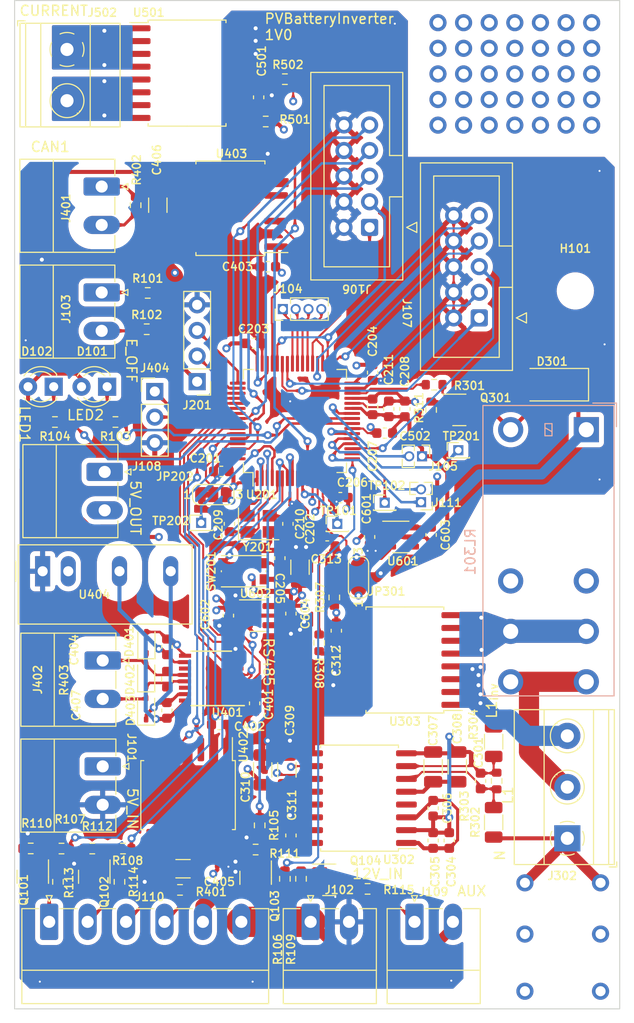
<source format=kicad_pcb>
(kicad_pcb (version 20221018) (generator pcbnew)
  (layers (0 "F.Cu" signal) (1 "In1.Cu" signal) (2 "In2.Cu" signal) (31 "B.Cu" signal) (34 "B.Paste" user) (35 "F.Paste" user) (36 "B.SilkS" user "B.Silkscreen") (37 "F.SilkS" user "F.Silkscreen") (38 "B.Mask" user) (39 "F.Mask" user) (44 "Edge.Cuts" user))
  (net 0 "")
  (net 1 "+3V3")
  (net 2 "GND")
  (net 3 "/Microcontroller/NRST")
  (net 4 "/Microcontroller/+3V3A_{MCU}")
  (net 5 "GNDA")
  (net 6 "/Microcontroller/PF0")
  (net 7 "/Microcontroller/PF1")
  (net 8 "Net-(U302-INP)")
  (net 9 "Net-(U302-INN)")
  (net 10 "Net-(U302-DCDC_OUT)")
  (net 11 "Net-(U302-DCDC_HGND)")
  (net 12 "Net-(U302-HLDO_OUT)")
  (net 13 "Net-(U302-DCDC_IN)")
  (net 14 "+5V")
  (net 15 "/AC grid/Igrid_{+}")
  (net 16 "/Communication/5V_RS485")
  (net 17 "/Communication/GND_RS485")
  (net 18 "/Communication/5V_CAN2")
  (net 19 "/Communication/GND_CAN2")
  (net 20 "/DCcurrent_sense/Ipv_{+}")
  (net 21 "Net-(D101-K)")
  (net 22 "Net-(D102-K)")
  (net 23 "Net-(D301-K)")
  (net 24 "Net-(D301-A)")
  (net 25 "Net-(D401-A1)")
  (net 26 "Net-(D402-A1)")
  (net 27 "+12V")
  (net 28 "Net-(J103-Pin_1)")
  (net 29 "Net-(J103-Pin_2)")
  (net 30 "/Microcontroller/FB_Boost_{PWMB}")
  (net 31 "/Microcontroller/FB_Boost_{PWMA}")
  (net 32 "/Microcontroller/FB_Boost_{VdcData}")
  (net 33 "/Microcontroller/FB_Boost_{OverTemp}")
  (net 34 "/Microcontroller/FB_Boost_{EN}")
  (net 35 "/Microcontroller/FB_Grid_{PWMB}")
  (net 36 "/Microcontroller/FB_Grid_{PWMA}")
  (net 37 "/Microcontroller/FB_Grid_{VdcData}")
  (net 38 "/Microcontroller/FB_Grid_{OverTemp}")
  (net 39 "/Microcontroller/FB_Grid_{EN}")
  (net 40 "/Microcontroller/HRTIM1CH_{E1}")
  (net 41 "/Microcontroller/HRTIM1CH_{E2}")
  (net 42 "/Microcontroller/HRTIM1CH_{F1}")
  (net 43 "/Microcontroller/HRTIM1CH_{F2}")
  (net 44 "/Microcontroller/TIM3_CH2")
  (net 45 "/Microcontroller/ADC1_IN8")
  (net 46 "/Microcontroller/ADC2_IN3")
  (net 47 "/Microcontroller/ADC2_IN4")
  (net 48 "/Microcontroller/ADC2_IN12")
  (net 49 "/Microcontroller/SWCLK")
  (net 50 "/Microcontroller/SWDIO")
  (net 51 "/AC grid/N")
  (net 52 "Net-(J401-Pin_1)")
  (net 53 "Net-(J401-Pin_2)")
  (net 54 "/Communication/UART_{TX}")
  (net 55 "/Communication/UART_{RX}")
  (net 56 "/Microcontroller/BOOT0")
  (net 57 "Net-(Q101-G)")
  (net 58 "Net-(Q101-D)")
  (net 59 "Net-(Q102-G)")
  (net 60 "Net-(Q102-D)")
  (net 61 "Net-(Q104-G)")
  (net 62 "Net-(Q104-D)")
  (net 63 "Net-(Q301-G)")
  (net 64 "/Microcontroller/EmergencyOFF")
  (net 65 "/Microcontroller/LED1")
  (net 66 "/Microcontroller/LED2")
  (net 67 "Contactor_{Bat2DCboost}")
  (net 68 "Contactor_{Bat2Inverter}")
  (net 69 "BMS_Power")
  (net 70 "Aux_OpenDrain")
  (net 71 "/AC grid/Contactor_{Grid}")
  (net 72 "/AC grid/nFAULT_{MCA1101}")
  (net 73 "Net-(U303-Vout)")
  (net 74 "/DCcurrent_sense/nFAULT_{MCA1101}")
  (net 75 "Net-(U501-Vout)")
  (net 78 "/AC grid/AMC3330_OUTP")
  (net 79 "/AC grid/AMC3330_OUTN")
  (net 80 "/Communication/CAN1_{RX}")
  (net 81 "/Communication/RS485_{TX}")
  (net 82 "/Communication/RS485_{RX}")
  (net 83 "/Communication/RS485_{EN}")
  (net 84 "/Communication/CAN2_{RX}")
  (net 85 "/Communication/CAN2_{TX}")
  (net 86 "/Communication/CAN1_{TX}")
  (net 96 "/AC grid/L1_{grid}")
  (net 97 "/AC grid/L1_{inverter}")
  (net 98 "/BMS_GND")
  (net 99 "Net-(Q103-G)")
  (net 100 "/AC grid/L1_{grid_sw}")
  (net 101 "Net-(J109-Pin_1)")
  (net 102 "Net-(J110-Pin_2)")
  (net 103 "/Cont_{Bat2DCboost}")
  (net 104 "CAN2_{L}")
  (net 105 "CAN2_{H}")
  (net 106 "Net-(U201-PC4)")
  (net 107 "Net-(U201-PC15)")
  (net 108 "/Communication/5V_CAN1")
  (net 109 "/Communication/GND_CAN1")
  (net 110 "/DCcurrent_sense/CS+")
  (net 111 "/DCcurrent_sense/CS-")
  (footprint "Connector_Phoenix_MC:PhoenixContact_MC_1,5_2-G-3.81_1x02_P3.81mm_Horizontal" (layer "F.Cu") (at 124.1325 102.95 -90)
    (fp_text reference "J103")
    (fp_text value "EMERGENY_OFF")
  )
  (footprint "NetTie:NetTie-2_SMD_Pad0.5mm" (layer "F.Cu") (at 135.6 159.4 90)
    (fp_text reference "NT403" hide)
    (fp_text value "NetTie_2" hide)
  )
  (footprint "Jumper:SolderJumper-3_P1.3mm_Bridged12_RoundedPad1.0x1.5mm_NumberLabels" (layer "F.Cu") (at 149.6 131.2 90)
    (fp_text reference "JP301")
    (fp_text value "SolderJumper_3_Bridged12")
  )
  (footprint "Connector_Phoenix_MC:PhoenixContact_MC_1,5_2-G-3.81_1x02_P3.81mm_Horizontal" (layer "F.Cu") (at 144.85 165.3675)
    (fp_text reference "J102")
    (fp_text value "12V_IN")
  )
  (footprint "Resistor_SMD:R_0603_1608Metric" (layer "F.Cu") (at 125.5 115.8 180)
    (fp_text reference "R103")
    (fp_text value "220")
  )
  (footprint "Resistor_SMD:R_0603_1608Metric" (layer "F.Cu") (at 123.2 158.1)
    (fp_text reference "R112")
    (fp_text value "100k")
  )
  (footprint "LED_THT:LED_D3.0mm" (layer "F.Cu") (at 124.675 112.3 180)
    (fp_text reference "D101")
    (fp_text value "LED")
  )
  (footprint "" (layer "F.Cu") (at 167.64 78.74)
    (fp_text reference "")
    (fp_text value "")
  )
  (footprint "Capacitor_SMD:C_0603_1608Metric" (layer "F.Cu") (at 142.6 125.9 90)
    (fp_text reference "C210")
    (fp_text value "10p")
  )
  (footprint "Capacitor_SMD:C_0603_1608Metric" (layer "F.Cu") (at 161.7 151.4 90)
    (fp_text reference "C301")
    (fp_text value "10p")
  )
  (footprint "Resistor_SMD:R_0603_1608Metric" (layer "F.Cu") (at 125.9 161.4 -90)
    (fp_text reference "R114")
    (fp_text value "1k")
  )
  (footprint "TerminalBlock_Phoenix:TerminalBlock_Phoenix_MKDS-1,5-2-5.08_1x02_P5.08mm_Horizontal" (layer "F.Cu") (at 120.695 78.855 -90)
    (fp_text reference "J502")
    (fp_text value "Current sense")
  )
  (footprint "Resistor_SMD:R_0603_1608Metric" (layer "F.Cu") (at 157.1 112.1)
    (fp_text reference "R301")
    (fp_text value "100")
  )
  (footprint "Converter_DCDC:Converter_DCDC_TRACO_TMR-1-xxxx_Single_THT" (layer "F.Cu") (at 118.28 130.6)
    (fp_text reference "U404")
    (fp_text value "TMR_1-0511")
  )
  (footprint "MountingHole:MountingHole_3.2mm_M3" (layer "F.Cu") (at 171.1 102.8)
    (fp_text reference "H101")
    (fp_text value "MountingHole")
  )
  (footprint "Capacitor_SMD:C_0603_1608Metric" (layer "F.Cu") (at 151 110.9 -90)
    (fp_text reference "C204")
    (fp_text value "100n")
  )
  (footprint "" (layer "F.Cu") (at 167.64 81.28)
    (fp_text reference "")
    (fp_text value "")
  )
  (footprint "Package_TO_SOT_SMD:SOT-23-5" (layer "F.Cu") (at 139.6 135)
    (fp_text reference "U602")
    (fp_text value "TPS7A0333PDBVR")
  )
  (footprint "Resistor_SMD:R_0603_1608Metric" (layer "F.Cu") (at 145.7 137.7 90)
    (fp_text reference "R308")
    (fp_text value "220")
  )
  (footprint "Package_SO:SSOP-16_3.9x4.9mm_P0.635mm" (layer "F.Cu") (at 135 141.2 180)
    (fp_text reference "U401")
    (fp_text value "ISO1500")
  )
  (footprint "" (layer "F.Cu") (at 160.02 76.2)
    (fp_text reference "")
    (fp_text value "")
  )
  (footprint "" (layer "F.Cu") (at 162.56 81.28)
    (fp_text reference "")
    (fp_text value "")
  )
  (footprint "" (layer "F.Cu") (at 167.64 86.36)
    (fp_text reference "")
    (fp_text value "")
  )
  (footprint "Capacitor_SMD:C_0603_1608Metric" (layer "F.Cu") (at 136.8 125.9 -90)
    (fp_text reference "C209")
    (fp_text value "10p")
  )
  (footprint "" (layer "F.Cu") (at 172.72 83.82)
    (fp_text reference "")
    (fp_text value "")
  )
  (footprint "" (layer "F.Cu") (at 166.1 166.58)
    (fp_text reference "")
    (fp_text value "")
  )
  (footprint "" (layer "F.Cu") (at 173.6 172.25)
    (fp_text reference "")
    (fp_text value "")
  )
  (footprint "" (layer "F.Cu") (at 166.1 161.5)
    (fp_text reference "")
    (fp_text value "")
  )
  (footprint "Connector_PinHeader_1.27mm:PinHeader_1x02_P1.27mm_Vertical" (layer "F.Cu") (at 155.9 119.2 -90)
    (fp_text reference "J105")
    (fp_text value "ADC2_12")
  )
  (footprint "" (layer "F.Cu") (at 165.1 76.2)
    (fp_text reference "")
    (fp_text value "")
  )
  (footprint "Resistor_SMD:R_0603_1608Metric" (layer "F.Cu") (at 142.3 81.8)
    (fp_text reference "R502")
    (fp_text value "220")
  )
  (footprint "" (layer "F.Cu") (at 170.18 81.28)
    (fp_text reference "")
    (fp_text value "")
  )
  (footprint "Capacitor_SMD:C_0603_1608Metric" (layer "F.Cu") (at 130.6 138.1 90)
    (fp_text reference "C404")
    (fp_text value "100n")
  )
  (footprint "Diode_SMD:D_SOD-323" (layer "F.Cu") (at 128.57 137.67 90)
    (fp_text reference "D401")
    (fp_text value "D_TVS")
  )
  (footprint "Connector_IDC:IDC-Header_2x05_P2.54mm_Vertical" (layer "F.Cu") (at 161.575 105.475 180)
    (fp_text reference "J107")
    (fp_text value "FB_Grid")
  )
  (footprint "" (layer "F.Cu") (at 162.56 86.36)
    (fp_text reference "")
    (fp_text value "")
  )
  (footprint "Connector_Phoenix_MC:PhoenixContact_MC_1,5_2-G-3.81_1x02_P3.81mm_Horizontal" (layer "F.Cu") (at 124.2325 149.95 -90)
    (fp_text reference "J101")
    (fp_text value "5V_IN")
  )
  (footprint "" (layer "F.Cu") (at 162.56 76.2)
    (fp_text reference "")
    (fp_text value "")
  )
  (footprint "Connector_PinHeader_1.27mm:PinHeader_1x04_P1.27mm_Vertical" (layer "F.Cu") (at 142.1 104.6 90)
    (fp_text reference "J104")
    (fp_text value "TIM")
  )
  (footprint "" (layer "F.Cu") (at 167.64 83.82)
    (fp_text reference "")
    (fp_text value "")
  )
  (footprint "Capacitor_SMD:C_1206_3216Metric" (layer "F.Cu") (at 129.7 94.3 90)
    (fp_text reference "C406")
    (fp_text value "100n")
  )
  (footprint "" (layer "F.Cu") (at 157.48 86.36)
    (fp_text reference "")
    (fp_text value "")
  )
  (footprint "NetTie:NetTie-2_SMD_Pad0.5mm" (layer "F.Cu") (at 160.8 149.2 90)
    (fp_text reference "NT301" hide)
    (fp_text value "NetTie_2" hide)
  )
  (footprint "Package_QFP:LQFP-64_10x10mm_P0.5mm" (layer "F.Cu") (at 143.3 115.7 90)
    (fp_text reference "U201")
    (fp_text value "STM32G474RETx")
  )
  (footprint "Capacitor_SMD:C_0603_1608Metric" (layer "F.Cu") (at 135.8 145.8 180)
    (fp_text reference "C402")
    (fp_text value "100n")
  )
  (footprint "Capacitor_SMD:C_0603_1608Metric" (layer "F.Cu") (at 136.7 135 -90)
    (fp_text reference "C602")
    (fp_text value "1µ")
  )
  (footprint "Resistor_SMD:R_1206_3216Metric" (layer "F.Cu") (at 163 155.5 90)
    (fp_text reference "R302")
    (fp_text value "470k")
  )
  (footprint "" (layer "F.Cu") (at 170.18 86.36)
    (fp_text reference "")
    (fp_text value "")
  )
  (footprint "" (layer "F.Cu") (at 172.72 76.2)
    (fp_text reference "")
    (fp_text value "")
  )
  (footprint "Connector_PinHeader_1.27mm:PinHeader_1x02_P1.27mm_Vertical" (layer "F.Cu") (at 155.8 123.75 180)
    (fp_text reference "J111")
    (fp_text value "ADC2_3-4")
  )
  (footprint "Capacitor_SMD:C_1206_3216Metric" (layer "F.Cu") (at 143.8 130.2 90)
    (fp_text reference "C202")
    (fp_text value "4u7")
  )
  (footprint "Connector_Phoenix_MC:PhoenixContact_MC_1,5_2-G-3.81_1x02_P3.81mm_Horizontal" (layer "F.Cu") (at 124.4325 120.75 -90)
    (fp_text reference "J108")
    (fp_text value "5V_OUT")
  )
  (footprint "Crystal:Crystal_SMD_SeikoEpson_TSX3225-4Pin_3.2x2.5mm" (layer "F.Cu") (at 139.7 125.9)
    (fp_text reference "Y201")
    (fp_text value "12 MHz")
  )
  (footprint "Resistor_SMD:R_0603_1608Metric" (layer "F.Cu") (at 128.6 106.6)
    (fp_text reference "R102")
    (fp_text value "1k")
  )
  (footprint "Resistor_SMD:R_0603_1608Metric" (layer "F.Cu") (at 131.9 162.2 180)
    (fp_text reference "R401")
    (fp_text value "120")
  )
  (footprint "Package_SO:SOIC-16W_7.5x10.3mm_P1.27mm" (layer "F.Cu") (at 132.6 81.2)
    (fp_text reference "U501")
    (fp_text value "MCA1101-50-5")
  )
  (footprint "" (layer "F.Cu") (at 157.48 81.28)
    (fp_text reference "")
    (fp_text value "")
  )
  (footprint "Connector_PinHeader_2.54mm:PinHeader_1x04_P2.54mm_Vertical" (layer "F.Cu") (at 133.6 111.8 180)
    (fp_text reference "J201")
    (fp_text value "SW_DBG")
  )
  (footprint "NetTie:NetTie-2_SMD_Pad0.5mm" (layer "F.Cu") (at 154.6 127.2 180)
    (fp_text reference "NT601" hide)
    (fp_text value "GNDA" hide)
  )
  (footprint "Package_SO:SOP-8_6.62x9.15mm_P2.54mm" (layer "F.Cu") (at 136.9 94.6 180)
    (fp_text reference "U403")
    (fp_text value "ISO1050DUB")
  )
  (footprint "" (layer "F.Cu") (at 160.02 81.28)
    (fp_text reference "")
    (fp_text value "")
  )
  (footprint "Connector_Phoenix_MC:PhoenixContact_MC_1,5_2-G-3.81_1x02_P3.81mm_Horizontal" (layer "F.Cu") (at 124.2325 139.45 -90)
    (fp_text reference "J402")
    (fp_text value "RS485")
  )
  (footprint "Connector_PinHeader_1.27mm:PinHeader_1x01_P1.27mm_Vertical" (layer "F.Cu") (at 159.5 118.6)
    (fp_text reference "TP201")
    (fp_text value "PC4")
  )
  (footprint "Connector_Phoenix_MC:PhoenixContact_MC_1,5_2-G-3.81_1x02_P3.81mm_Horizontal" (layer "F.Cu") (at 155.15 165.3675)
    (fp_text reference "J109")
    (fp_text value "AUX_OpenDrain")
  )
  (footprint "Capacitor_SMD:C_0603_1608Metric" (layer "F.Cu") (at 156.8 127 -90)
    (fp_text reference "C603")
    (fp_text value "1µ")
  )
  (footprint "" (layer "F.Cu") (at 167.64 76.2)
    (fp_text reference "")
    (fp_text value "")
  )
  (footprint "Capacitor_SMD:C_0603_1608Metric" (layer "F.Cu") (at 147.8 123.3 180)
    (fp_text reference "C206")
    (fp_text value "100n")
  )
  (footprint "" (layer "F.Cu") (at 165.1 81.28)
    (fp_text reference "")
    (fp_text value "")
  )
  (footprint "" (layer "F.Cu") (at 170.18 78.74)
    (fp_text reference "")
    (fp_text value "")
  )
  (footprint "LED_THT:LED_D3.0mm" (layer "F.Cu") (at 119.375 112.3 180)
    (fp_text reference "D102")
    (fp_text value "LED")
  )
  (footprint "Capacitor_SMD:C_0603_1608Metric" (layer "F.Cu") (at 140.6 100.4 180)
    (fp_text reference "C403")
    (fp_text value "100n")
  )
  (footprint "Capacitor_SMD:C_0603_1608Metric" (layer "F.Cu") (at 142.9 156.8 90)
    (fp_text reference "C311")
    (fp_text value "100n")
  )
  (footprint "Capacitor_SMD:C_1206_3216Metric" (layer "F.Cu") (at 132.2 160.1 180)
    (fp_text reference "C405")
    (fp_text value "100n")
  )
  (footprint "" (layer "F.Cu") (at 170.18 76.2)
    (fp_text reference "")
    (fp_text value "")
  )
  (footprint "" (layer "F.Cu") (at 160.02 83.82)
    (fp_text reference "")
    (fp_text value "")
  )
  (footprint "Resistor_SMD:R_0603_1608Metric" (layer "F.Cu") (at 120.15 158.1 180)
    (fp_text reference "R107")
    (fp_text value "100")
  )
  (footprint "Package_SO:SOP-8_6.62x9.15mm_P2.54mm" (layer "F.Cu") (at 132.7 152.8 -90)
    (fp_text reference "U402")
    (fp_text value "ISO1050DUB")
  )
  (footprint "" (layer "F.Cu") (at 160.02 78.74)
    (fp_text reference "")
    (fp_text value "")
  )
  (footprint "Package_TO_SOT_SMD:SOT-23" (layer "F.Cu") (at 159.6 114.6)
    (fp_text reference "Q301")
    (fp_text value "BSS138")
  )
  (footprint "" (layer "F.Cu") (at 157.48 76.2)
    (fp_text reference "")
    (fp_text value "")
  )
  (footprint "Capacitor_SMD:C_0603_1608Metric" (layer "F.Cu") (at 152.2 116.9)
    (fp_text reference "C502")
    (fp_text value "2n2")
  )
  (footprint "Capacitor_SMD:C_0603_1608Metric" (layer "F.Cu") (at 141.8 129.3 90)
    (fp_text reference "C205")
    (fp_text value "100n")
  )
  (footprint "Capacitor_SMD:C_0603_1608Metric" (layer "F.Cu") (at 157 154.1 90)
    (fp_text reference "C306")
    (fp_text value "100n")
  )
  (footprint "TerminalBlock_Phoenix:TerminalBlock_Phoenix_MKDS-1,5-3-5.08_1x03_P5.08mm_Horizontal" (layer "F.Cu") (at 170.305 157.085 90)
    (fp_text reference "J302")
    (fp_text value "230V")
  )
  (footprint "Jumper:SolderJumper-3_P1.3mm_Bridged12_RoundedPad1.0x1.5mm_NumberLabels" (layer "F.Cu") (at 135.2 123)
    (fp_text reference "JP202")
    (fp_text value "BOOT_MODE")
  )
  (footprint "" (layer "F.Cu") (at 172.72 86.36)
    (fp_text reference "")
    (fp_text value "")
  )
  (footprint "Capacitor_SMD:C_0603_1608Metric" (layer "F.Cu") (at 157 157.3 90)
    (fp_text reference "C305")
    (fp_text value "1n")
  )
  (footprint "Resistor_SMD:R_1206_3216Metric" (layer "F.Cu") (at 163 147.5 90)
    (fp_text reference "R304")
    (fp_text value "470k")
  )
  (footprint "" (layer "F.Cu") (at 172.72 78.74)
    (fp_text reference "")
    (fp_text value "")
  )
  (footprint "" (layer "F.Cu") (at 165.1 78.74)
    (fp_text reference "")
    (fp_text value "")
  )
  (footprint "Capacitor_SMD:C_0603_1608Metric" (layer "F.Cu") (at 142.9 134.8 -90)
    (fp_text reference "C604")
    (fp_text value "1µ")
  )
  (footprint "Capacitor_SMD:C_1206_3216Metric" (layer "F.Cu") (at 157 150 90)
    (fp_text reference "C307")
    (fp_text value "100n")
  )
  (footprint "" (layer "F.Cu") (at 173.6 161.5)
    (fp_text reference "")
    (fp_text value "")
  )
  (footprint "Capacitor_SMD:C_0603_1608Metric" (layer "F.Cu") (at 130.6 144.4 90)
    (fp_text reference "C407")
    (fp_text value "100n")
  )
  (footprint "Resistor_SMD:R_0603_1608Metric" (layer "F.Cu") (at 117.1 158.09)
    (fp_text reference "R110")
    (fp_text value "100k")
  )
  (footprint "" (layer "F.Cu") (at 165.1 83.82)
    (fp_text reference "")
    (fp_text value "")
  )
  (footprint "Package_TO_SOT_SMD:SOT-23" (layer "F.Cu") (at 117.3 160.9 -90)
    (fp_text reference "Q101")
    (fp_text value "BSS138")
  )
  (footprint "Connector_PinHeader_1.27mm:PinHeader_1x01_P1.27mm_Vertical" (layer "F.Cu") (at 134 125.8)
    (fp_text reference "TP202")
    (fp_text value "PC15")
  )
  (footprint "Connector_PinHeader_2.54mm:PinHeader_1x03_P2.54mm_Vertical" (layer "F.Cu") (at 129.4 112.775)
    (fp_text reference "J404")
    (fp_text value "UART")
  )
  (footprint "Resistor_SMD:R_0603_1608Metric" (layer "F.Cu") (at 143.9 161.1 90)
    (fp_text reference "R109")
    (fp_text value "100k")
  )
  (footprint "Resistor_SMD:R_0603_1608Metric" (layer "F.Cu") (at 119.8 161.4 -90)
    (fp_text reference "R113")
    (fp_text value "1k")
  )
  (footprint "Capacitor_SMD:C_0603_1608Metric" (layer "F.Cu") (at 139.3 143.7 90)
    (fp_text reference "C401")
    (fp_text value "100n")
  )
  (footprint "Resistor_SMD:R_0603_1608Metric" (layer "F.Cu") (at 128.7 103)
    (fp_text reference "R101")
    (fp_text value "1k")
  )
  (footprint "Capacitor_SMD:C_1206_3216Metric" (layer "F.Cu") (at 159.4 150 90)
    (fp_text reference "C308")
    (fp_text value "1n")
  )
  (footprint "Resistor_SMD:R_0603_1608Metric" (layer "F.Cu") (at 163.3 151.4 90)
    (fp_text reference "R303")
    (fp_text value "2.70k")
  )
  (footprint "Capacitor_SMD:C_0603_1608Metric" (layer "F.Cu") (at 139.7 83.6 90)
    (fp_text reference "C501")
    (fp_text value "100n")
  )
  (footprint "" (layer "F.Cu") (at 157.48 83.82)
    (fp_text reference "")
    (fp_text value "")
  )
  (footprint "Resistor_SMD:R_0603_1608Metric" (layer "F.Cu") (at 139.4 158.2)
    (fp_text reference "R111")
    (fp_text value "100k")
  )
  (footprint "NetTie:NetTie-2_SMD_Pad0.5mm" (layer "F.Cu") (at 129 160 90)
    (fp_text reference "NT404" hide)
    (fp_text value "NetTie_2" hide)
  )
  (footprint "Capacitor_SMD:C_0603_1608Metric" (layer "F.Cu") (at 136 120.7 180)
    (fp_text reference "C201")
    (fp_text value "100n")
  )
  (footprint "Resistor_SMD:R_0603_1608Metric" (layer "F.Cu") (at 142.3 161.1 -90)
    (fp_text reference "R106")
    (fp_text value "100")
  )
  (footprint "Connector_Phoenix_MC:PhoenixContact_MC_1,5_2-G-3.81_1x02_P3.81mm_Horizontal" (layer "F.Cu") (at 124.1325 92.45 -90)
    (fp_text reference "J401")
    (fp_text value "CAN1")
  )
  (footprint "Connector_PinHeader_1.27mm:PinHeader_1x01_P1.27mm_Vertical" (layer "F.Cu") (at 147.5 125.9)
    (fp_text reference "TP101")
    (fp_text value "ADC1_IN8")
  )
  (footprint "" (layer "F.Cu") (at 157.48 78.74)
    (fp_text reference "")
    (fp_text value "")
  )
  (footprint "Package_TO_SOT_SMD:SOT-23" (layer "F.Cu") (at 123.4 160.9 -90)
    (fp_text reference "Q102")
    (fp_text value "BSS138")
  )
  (footprint "" (layer "F.Cu") (at 166.1 172.25)
    (fp_text reference "")
    (fp_text value "")
  )
  (footprint "Resistor_SMD:R_0603_1608Metric" (layer "F.Cu") (at 156.8 114.6 90)
    (fp_text reference "R311")
    (fp_text value "100k")
  )
  (footprint "Package_SO:SOIC-16W_7.5x10.3mm_P1.27mm" (layer "F.Cu") (at 154.2 139.4 180)
    (fp_text reference "U303")
    (fp_text value "MCA1101-50-5")
  )
  (footprint "Connector_PinHeader_1.27mm:PinHeader_1x01_P1.27mm_Vertical" (layer "F.Cu") (at 152.2 123.8)
    (fp_text reference "TP102")
    (fp_text value "TIM3_CH2")
  )
  (footprint "" (layer "F.Cu") (at 162.56 78.74)
    (fp_text reference "")
    (fp_text value "")
  )
  (footprint "Resistor_SMD:R_0603_1608Metric" (layer "F.Cu") (at 139.8 155.8 -90)
    (fp_text reference "R105")
    (fp_text value "100")
  )
  (footprint "Resistor_SMD:R_0603_1608Metric" (layer "F.Cu") (at 150.5 162.1)
    (fp_text reference "R115")
    (fp_text value "1k")
  )
  (footprint "Capacitor_SMD:C_0603_1608Metric" (layer "F.Cu") (at 152.6 114.5 -90)
    (fp_text reference "C211")
    (fp_text value "100n")
  )
  (footprint "Resistor_SMD:R_0603_1608Metric" (layer "F.Cu") (at 126.25 158.1 180)
    (fp_text reference "R108")
    (fp_text value "100")
  )
  (footprint "Resistor_SMD:R_0603_1608Metric" (layer "F.Cu") (at 119.5 115.8 180)
    (fp_text reference "R104")
    (fp_text value "220")
  )
  (footprint "Capacitor_SMD:C_0603_1608Metric" (layer "F.Cu") (at 154.2 114.5 -90)
    (fp_text reference "C208")
    (fp_text value "1u")
  )
  (footprint "NetTie:NetTie-2_SMD_Pad2.0mm" (layer "F.Cu") (at 129.8 100 135)
    (fp_text reference "NT401" hide)
    (fp_text value "NetTie_2" hide)
  )
  (footprint "" (layer "F.Cu") (at 165.1 86.36)
    (fp_text reference "")
    (fp_text value "")
  )
  (footprint "Diode_SMD:D_MELF" (layer "F.Cu") (at 169 112.1 180)
    (fp_text reference "D301")
    (fp_text value "D")
  )
  (footprint "" (layer "F.Cu") (at 160.02 86.36)
    (fp_text reference "")
    (fp_text value "")
  )
  (footprint "Package_TO_SOT_SMD:SOT-23" (layer "F.Cu") (at 146.7 161.2)
    (fp_text reference "Q104")
    (fp_text value "BSS138")
  )
  (footprint "Diode_SMD:D_SOD-323" (layer "F.Cu") (at 128.54 144.25 90)
    (fp_text reference "D403")
    (fp_text value "D_TVS")
  )
  (footprint "" (layer "F.Cu") (at 173.6 166.58)
    (fp_text reference "")
    (fp_text value "")
  )
  (footprint "Package_TO_SOT_SMD:SOT-23-5" (layer "F.Cu") (at 153.8 127.2)
    (fp_text reference "U601")
    (fp_text value "TPS7A0333PDBVR")
  )
  (footprint "Capacitor_SMD:C_1206_3216Metric" (layer "F.Cu") (at 140.1 150.3 90)
    (fp_text reference "C310")
    (fp_text value "1µ")
  )
  (footprint "Capacitor_SMD:C_0603_1608Metric" (layer "F.Cu") (at 151 114.3 -90)
    (fp_text reference "C207")
    (fp_text value "10n")
  )
  (footprint "" (layer "F.Cu") (at 170.18 83.82)
    (fp_text reference "")
    (fp_text value "")
  )
  (footprint "Capacitor_SMD:C_0603_1608Metric" (layer "F.Cu") (at 139.2 108)
    (fp_text reference "C203")
    (fp_text value "100n")
  )
  (footprint "Resistor_SMD:R_0603_1608Metric" (layer "F.Cu") (at 147.2 133.2 -90)
    (fp_text reference "R307")
    (fp_text value "10k")
  )
  (footprint "Connector_IDC:IDC-Header_2x05_P2.54mm_Vertical" (layer "F.Cu") (at 150.7 96.5 180)
    (fp_text reference "J106")
    (fp_text value "FB_Boost")
  )
  (footprint "Button_Switch_SMD:SW_Push_1P1T_NO_CK_KMR2" (layer "F.Cu") (at 138.2 130.6)
    (fp_text reference "SW201")
    (fp_text value "RESET")
  )
  (footprint "Capacitor_SMD:C_1206_3216Metric" (layer "F.Cu") (at 142.5 150.3 90)
    (fp_text reference "C309")
    (fp_text value "1n")
  )
  (footprint "Resistor_SMD:R_0603_1608Metric" (layer "F.Cu") (at 127.5 94.3 -90)
    (fp_text reference "R402")
    (fp_text value "120")
  )
  (footprint "Capacitor_SMD:C_0603_1608Metric" (layer "F.Cu") (at 146.5 128.1)
    (fp_text reference "C313")
    (fp_text value "2n2")
  )
  (footprint "Resistor_SMD:R_0603_1608Metric" (layer "F.Cu") (at 130.6 141.3 -90)
    (fp_text reference "R403")
    (fp_text value "120")
  )
  (footprint "Capacitor_SMD:C_0603_1608Metric" (layer "F.Cu") (at 147.4 136.5 -90)
    (fp_text reference "C312")
    (fp_text value "100n")
  )
  (footprint "Diode_SMD:D_SOD-323" (layer "F.Cu") (at 128.55 140.95 90)
    (fp_text reference "D402")
    (fp_text value "D_TVS")
  )
  (footprint "Package_TO_SOT_SMD:SOT-23" (layer "F.Cu") (at 139.4 161 -90)
    (fp_text reference "Q103")
    (fp_text value "IRLML2502")
  )
  (footprint "Package_SO:SOIC-16W_7.5x10.3mm_P1.27mm" (layer "F.Cu") (at 149.7 153.1 180)
    (fp_text reference "U302")
    (fp_text value "AMC3330")
  )
  (footprint "" (layer "F.Cu") (at 172.72 81.28)
    (fp_text reference "")
    (fp_text value "")
  )
  (footprint "NetTie:NetTie-2_SMD_Pad2.0mm" (layer "F.Cu") (at 118.2 93 90)
    (fp_text reference "NT402" hide)
    (fp_text value "NetTie_2" hide)
  )
  (footprint "Capacitor_SMD:C_0603_1608Metric" (layer "F.Cu") (at 158.6 157.3 90)
    (fp_text reference "C304")
    (fp_text value "1u")
  )
  (footprint "Resistor_SMD:R_0603_1608Metric" (layer "F.Cu") (at 140.4 86)
    (fp_text reference "R501")
    (fp_text value "10k")
  )
  (footprint "Connector_Phoenix_MC:PhoenixContact_MC_1,5_6-G-3.81_1x06_P3.81mm_Horizontal" (layer "F.Cu") (at 118.93 165.3675)
    (fp_text reference "J110")
    (fp_text value "BMS")
  )
  (footprint "Capacitor_SMD:C_0603_1608Metric" (layer "F.Cu") (at 150.7 127.2 -90)
    (fp_text reference "C601")
    (fp_text value "1µ")
  )
  (footprint "" (layer "F.Cu") (at 162.56 83.82)
    (fp_text reference "")
    (fp_text value "")
  )
  (footprint "Relay_THT:Relay_DPDT_Panasonic_JW2" (layer "B.Cu") (at 172.1875 116.5625 -90)
    (fp_text reference "RL301")
    (fp_text value "JW2")
  )
  (gr_rect (start 115.5 74) (end 175.5 174) (stroke (width 0.1)) (fill none) (layer "Edge.Cuts"))
  (gr_text "RS485" (at 140.1 137.1 -90) (layer "F.SilkS") (effects (font (size 1 1) (thickness 0.15) bold) (justify left bottom)))
  (gr_text "L1_{inv}" (at 163.4 145.3 90) (layer "F.SilkS") (effects (font (size 1 1) (thickness 0.15) bold) (justify left bottom)))
  (gr_text "N" (at 164.2 159.4 90) (layer "F.SilkS") (effects (font (size 1 1) (thickness 0.15) bold) (justify left bottom)))
  (gr_text "CURRENT" (at 115.9 75.6) (layer "F.SilkS") (effects (font (size 1 1) (thickness 0.15) bold) (justify left bottom)))
  (gr_text "CAN1" (at 117 89.1) (layer "F.SilkS") (effects (font (size 1 1) (thickness 0.15) bold) (justify left bottom)))
  (gr_text "LED2" (at 120.6 115.7) (layer "F.SilkS") (effects (font (size 1 1) (thickness 0.15) bold) (justify left bottom)))
  (gr_text "PVBatteryInverter\n1V0" (at 140.2 78) (layer "F.SilkS") (effects (font (size 1 1) (thickness 0.15) bold) (justify left bottom)))
  (gr_text "5V_IN" (at 126.6 152 -90) (layer "F.SilkS") (effects (font (size 1 1) (thickness 0.15) bold) (justify left bottom)))
  (gr_text "12V_IN" (at 148.9 161.2) (layer "F.SilkS") (effects (font (size 1 1) (thickness 0.15) bold) (justify left bottom)))
  (gr_text "E_OFF" (at 126.5 107.4 270) (layer "F.SilkS") (effects (font (size 1 1) (thickness 0.15) bold) (justify left bottom)))
  (gr_text "L1" (at 165 153.8 90) (layer "F.SilkS") (effects (font (size 1 1) (thickness 0.15) bold) (justify left bottom)))
  (gr_text "AUX" (at 159.3 162.9) (layer "F.SilkS") (effects (font (size 1 1) (thickness 0.15) bold) (justify left bottom)))
  (gr_text "LED1" (at 115.9 114.1 -90) (layer "F.SilkS") (effects (font (size 1 1) (thickness 0.15) bold) (justify left bottom)))
  (gr_text "5V_OUT" (at 126.9 121.5 -90) (layer "F.SilkS") (effects (font (size 1 1) (thickness 0.15) bold) (justify left bottom)))
  (segment (start 139.55 110.025) (end 139.55 109.125) (width 0.3) (layer "F.Cu") (net 1))
  (segment (start 121.6 111) (end 118.135 111) (width 0.4) (layer "F.Cu") (net 1))
  (segment (start 136.775 120.7) (end 136.775 120.3) (width 0.3) (layer "F.Cu") (net 1))
  (segment (start 139.4 132.6) (end 139.2 132.4) (width 0.4) (layer "F.Cu") (net 1))
  (segment (start 137.6 143.4225) (end 138.6525 144.475) (width 0.3) (layer "F.Cu") (net 1))
  (segment (start 148.975 111.95) (end 149.175 111.95) (width 0.3) (layer "F.Cu") (net 1))
  (segment (start 143.2 132.6) (end 143.2 132.275) (width 0.4) (layer "F.Cu") (net 1))
  (segment (start 118.135 111) (end 116.835 112.3) (width 0.4) (layer "F.Cu") (net 1))
  (segment (start 138.6875 145.4875) (end 139 145.8) (width 0.4) (layer "F.Cu") (net 1))
  (segment (start 140.7375 134.05) (end 142.875 134.05) (width 0.5) (layer "F.Cu") (net 1))
  (segment (start 137.2 122.2) (end 137.3 122.2) (width 0.3) (layer "F.Cu") (net 1))
  (segment (start 138.6525 144.475) (end 139.3 144.475) (width 0.3) (layer "F.Cu") (net 1))
  (segment (start 133.6 111.8) (end 131.2 109.4) (width 0.4) (layer "F.Cu") (net 1))
  (segment (start 136.775 120.3) (end 137.625 119.45) (width 0.3) (layer "F.Cu") (net 1))
  (segment (start 124.4 127.2) (end 129.8 127.2) (width 0.4) (layer "F.Cu") (net 1))
  (segment (start 116.835 112.3) (end 116.835 120.035) (width 0.4) (layer "F.Cu") (net 1))
  (segment (start 147.05 121.375) (end 147.05 121.775) (width 0.3) (layer "F.Cu") (net 1))
  (segment (start 122.135 112.3) (end 122.135 111.535) (width 0.4) (layer "F.Cu") (net 1))
  (segment (start 144.225 134.025) (end 142.9 134.025) (width 0.4) (layer "F.Cu") (net 1))
  (segment (start 140.1 151.775) (end 140.1 151.7) (width 0.4) (layer "F.Cu") (net 1))
  (segment (start 148.575 123.3) (end 148.575 124.225) (width 0.4) (layer "F.Cu") (net 1))
  (segment (start 143.2 132.6) (end 142.9 132.9) (width 0.4) (layer "F.Cu") (net 1))
  (segment (start 147.05 121.775) (end 148.575 123.3) (width 0.3) (layer "F.Cu") (net 1))
  (segment (start 138.425 108) (end 137.0005 108) (width 0.4) (layer "F.Cu") (net 1))
  (segment (start 137.675 121.825) (end 138.3 121.825) (width 0.3) (layer "F.Cu") (net 1))
  (segment (start 137.6 145.8) (end 137.975 145.8) (width 0.4) (layer "F.Cu") (net 1))
  (segment (start 129.6 103) (end 129.525 103) (width 0.4) (layer "F.Cu") (net 1))
  (segment (start 143.2 132.6) (end 139.4 132.6) (width 0.5) (layer "F.Cu") (net 1))
  (segment (start 122.135 111.535) (end 121.6 111) (width 0.4) (layer "F.Cu") (net 1))
  (segment (start 137.6 145.8) (end 136.575 145.8) (width 0.4) (layer "F.Cu") (net 1))
  (segment (start 138.6875 145.0875) (end 138.6875 145.4875) (width 0.4) (layer "F.Cu") (net 1))
  (segment (start 136.575 145.8) (end 136.575 148.21) (width 0.3) (layer "F.Cu") (net 1))
  (segment (start 141.425 100.3) (end 141.325 100.4) (width 0.4) (layer "F.Cu") (net 1))
  (segment (start 137.975 145.8) (end 138.6875 145.0875) (width 0.4) (layer "F.Cu") (net 1))
  (segment (start 141.4 100.4) (end 142 101) (width 0.4) (layer "F.Cu") (net 1))
  (segment (start 137.2 122.3) (end 137.2 122.2) (width 0.3) (layer "F.Cu") (net 1))
  (segment (start 142.975 134.025) (end 142.9 134.025) (width 0.4) (layer "F.Cu") (net 1))
  (segment (start 138.6875 145.0875) (end 139.3 144.475) (width 0.4) (layer "F.Cu") (net 1))
  (segment (start 148.575 124.225) (end 148.4 124.4) (width 0.4) (layer "F.Cu") (net 1))
  (segment (start 137.0005 108) (end 136.5005 108.5) (width 0.4) (layer "F.Cu") (net 1))
  (segment (start 141.425 98.41) (end 141.425 100.3) (width 0.4) (layer "F.Cu") (net 1))
  (segment (start 143.8 131.675) (end 143.8 132.8) (width 0.4) (layer "F.Cu") (net 1))
  (segment (start 139.1 121.825) (end 139.55 121.375) (width 0.3) (layer "F.Cu") (net 1))
  (segment (start 131.2 104.6) (end 129.6 103) (width 0.4) (layer "F.Cu") (net 1))
  (segment (start 141.375 100.4) (end 141.4 100.4) (width 0.4) (layer "F.Cu") (net 1))
  (segment (start 138.3 121.825) (end 139.1 121.825) (width 0.3) (layer "F.Cu") (net 1))
  (segment (start 140.1 151.7) (end 138.6 150.2) (width 0.4) (layer "F.Cu") (net 1))
  (segment (start 131.2 109.4) (end 131.2 104.6) (width 0.4) (layer "F.Cu") (net 1))
  (segment (start 145.05 152.465) (end 143.19 152.465) (width 0.4) (layer "F.Cu") (net 1))
  (segment (start 137.2 122.2) (end 137.2 121.125) (width 0.4) (layer "F.Cu") (net 1))
  (segment (start 149.175 111.95) (end 151 110.125) (width 0.3) (layer "F.Cu") (net 1))
  (segment (start 149.475 110.125) (end 149.4 110.2) (width 0.4) (layer "F.Cu") (net 1))
  (segment (start 139.2 131.4) (end 139 131.2) (width 0.4) (layer "F.Cu") (net 1))
  (segment (start 139.2 132.4) (end 139.2 131.4) (width 0.4) (layer "F.Cu") (net 1))
  (segment (start 142.9 132.9) (end 142.9 134.025) (width 0.4) (layer "F.Cu") (net 1))
  (segment (start 139.55 109.125) (end 138.425 108) (width 0.3) (layer "F.Cu") (net 1))
  (segment (start 136.5 123) (end 137.2 122.3) (width 0.3) (layer "F.Cu") (net 1))
  (segment (start 151 110.125) (end 149.475 110.125) (width 0.4) (layer "F.Cu") (net 1))
  (segment (start 143.2 132.275) (end 143.8 131.675) (width 0.4) (layer "F.Cu") (net 1))
  (segment (start 143.19 152.465) (end 142.5 151.775) (width 0.4) (layer "F.Cu") (net 1))
  (segment (start 136.575 148.21) (end 136.51 148.275) (width 0.3) (layer "F.Cu") (net 1))
  (segment (start 144 133) (end 142.975 134.025) (width 0.4) (layer "F.Cu") (net 1))
  (segment (start 116.835 120.035) (end 124 127.2) (width 0.4) (layer "F.Cu") (net 1))
  (segment (start 143.8 132.8) (end 144 133) (width 0.4) (layer "F.Cu") (net 1))
  (segment (start 142.875 134.05) (end 142.9 134.025) (width 0.4) (layer "F.Cu") (net 1))
  (segment (start 124 127.2) (end 124.4 127.2) (width 0.4) (layer "F.Cu") (net 1))
  (segment (start 142.5 151.775) (end 140.1 151.775) (width 0.4) (layer "F.Cu") (net 1))
  (segment (start 137.2 121.125) (end 136.775 120.7) (width 0.4) (layer "F.Cu") (net 1))
  (segment (start 137.3 122.2) (end 137.675 121.825) (width 0.3) (layer "F.Cu") (net 1))
  (via (at 137.2 122.2) (size 0.8) (drill 0.4) (layers "F.Cu" "B.Cu") (net 1))
  (via (at 148.4 124.4) (size 0.8) (drill 0.4) (layers "F.Cu" "B.Cu") (net 1))
  (via (at 136.5005 108.5) (size 0.8) (drill 0.4) (layers "F.Cu" "B.Cu") (net 1))
  (via (at 139.2 132.4) (size 0.8) (drill 0.4) (layers "F.Cu" "B.Cu") (net 1))
  (via (at 149.4 110.2) (size 0.8) (drill 0.4) (layers "F.Cu" "B.Cu") (net 1))
  (via (at 129.8 127.2) (size 0.8) (drill 0.4) (layers "F.Cu" "B.Cu") (net 1))
  (via (at 142 101) (size 0.8) (drill 0.4) (layers "F.Cu" "B.Cu") (net 1))
  (via (at 138.6 150.2) (size 0.8) (drill 0.4) (layers "F.Cu" "B.Cu") (net 1))
  (via (at 137 123.6) (size 0.8) (drill 0.4) (layers "F.Cu" "B.Cu") (net 1))
  (via (at 139 145.8) (size 0.8) (drill 0.4) (layers "F.Cu" "B.Cu") (net 1))
  (via (at 144.225 134.025) (size 0.8) (drill 0.4) (layers "F.Cu" "B.Cu") (net 1))
  (via (at 144 133) (size 0.8) (drill 0.4) (layers "F.Cu" "B.Cu") (net 1))
  (via (at 143.2 132.6) (size 0.8) (drill 0.4) (layers "F.Cu" "B.Cu") (net 1))
  (via (at 139 131.2) (size 0.8) (drill 0.4) (layers "F.Cu" "B.Cu") (net 1))
  (segment (start 139.375 78.025) (end 137.25 78.025) (width 0.4) (layer "F.Cu") (net 2))
  (segment (start 136.15 131.4) (end 136.15 131.75) (width 0.3) (layer "F.Cu") (net 2))
  (segment (start 121.4 159.6) (end 121.4 159.075) (width 0.3) (layer "F.Cu") (net 2))
  (segment (start 139.42 83.105) (end 139.7 82.825) (width 0.4) (layer "F.Cu") (net 2))
  (segment (start 130.6 117.8) (end 130.545 117.855) (width 0.3) (layer "F.Cu") (net 2))
  (segment (start 142.325 135) (end 138.4625 135) (width 0.4) (layer "F.Cu") (net 2))
  (segment (start 143.9 162.3) (end 143.9 161.925) (width 0.3) (layer "F.Cu") (net 2))
  (segment (start 138.5 158.125) (end 138.575 158.2) (width 0.3) (layer "F.Cu") (net 2))
  (segment (start 137.25 83.105) (end 139.42 83.105) (width 0.4) (layer "F.Cu") (net 2))
  (segment (start 137.625 118.95) (end 136.748958 118.95) (width 0.3) (layer "F.Cu") (net 2))
  (segment (start 139.4 78) (end 139.375 78.025) (width 0.4) (layer "F.Cu") (net 2))
  (segment (start 142.9 135.575) (end 144.175 135.575) (width 0.4) (layer "F.Cu") (net 2))
  (segment (start 147.62 137.495) (end 147.4 137.275) (width 0.3) (layer "F.Cu") (net 2))
  (segment (start 145.5375 161.925) (end 145.7625 162.15) (width 0.4) (layer "F.Cu") (net 2))
  (segment (start 144.175 135.575) (end 144.2 135.6) (width 0.4) (layer "F.Cu") (net 2))
  (segment (start 139.3 142.925) (end 139.1625 142.7875) (width 0.3) (layer "F.Cu") (net 2))
  (segment (start 143.4 128.2) (end 143.4 127.475) (width 0.4) (layer "F.Cu") (net 2))
  (segment (start 150.7 127.9755) (end 151.3 128.5755) (width 0.3) (layer "F.Cu") (net 2))
  (segment (start 156.8 115.425) (end 156.8 115.6) (width 0.3) (layer "F.Cu") (net 2))
  (segment (start 143.6 128.525) (end 143.8 128.725) (width 0.2) (layer "F.Cu") (net 2))
  (segment (start 140.1 147.9) (end 140.6 147.4) (width 0.3) (layer "F.Cu") (net 2))
  (segment (start 140.05 110.025) (end 140.05 108.075) (width 0.25) (layer "F.Cu") (net 2))
  (segment (start 150.7 127.975) (end 150.7 127.9755) (width 0.3) (layer "F.Cu") (net 2))
  (segment (start 135.025 145.375) (end 135.4 145) (width 0.3) (layer "F.Cu") (net 2))
  (segment (start 135.025 145.8) (end 135.025 149.375) (width 0.3) (layer "F.Cu") (net 2))
  (segment (start 129 160.8) (end 128.4 161.4) (width 0.4) (layer "F.Cu") (net 2))
  (segment (start 135.4 125.25) (end 135.4 126.4) (width 0.4) (layer "F.Cu") (net 2))
  (segment (start 140.1 148.825) (end 144.88 148.825) (width 0.25) (layer "F.Cu") (net 2))
  (segment (start 143.4 127.475) (end 142.6 126.675) (width 0.4) (layer "F.Cu") (net 2))
  (segment (start 147.805 141.305) (end 147.2 140.7) (width 0.3) (layer "F.Cu") (net 2))
  (segment (start 158.5375 115.425) (end 158.6625 115.55) (width 0.2) (layer "F.Cu") (net 2))
  (segment (start 147.275 128.1) (end 147.7 128.525) (width 0.3) (layer "F.Cu") (net 2))
  (segment (start 152.81 111.7) (end 151.8 111.7) (width 0.3) (layer "F.Cu") (net 2))
  (segment (start 136.15 131.75) (end 137.4 133) (width 0.3) (layer "F.Cu") (net 2))
  (segment (start 147.4 137.7655) (end 147.7 138.0655) (width 0.4) (layer "F.Cu") (net 2))
  (segment (start 138.575 157.875) (end 138.5 157.8) (width 0.3) (layer "F.Cu") (net 2))
  (segment (start 140.25 131.4) (end 142.1 131.4) (width 0.2) (layer "F.Cu") (net 2))
  (segment (start 143.425 128.175) (end 143.425 124.325) (width 0.3) (layer "F.Cu") (net 2))
  (segment (start 147.275 128.5745) (end 147.7005 129) (width 0.3) (layer "F.Cu") (net 2))
  (segment (start 159.035 105.475) (end 159.035 102.935) (width 0.2) (layer "F.Cu") (net 2))
  (segment (start 142.575 126.7) (end 142.6 126.675) (width 0.4) (layer "F.Cu") (net 2))
  (segment (start 149.55 142.575) (end 147.775 142.575) (width 0.3) (layer "F.Cu") (net 2))
  (segment (start 143.8 129.7) (end 143.8 128.725) (width 0.2) (layer "F.Cu") (net 2))
  (segment (start 143.725 136.4) (end 142.9 135.575) (width 0.4) (layer "F.Cu") (net 2))
  (segment (start 130.615 150) (end 128.89 148.275) (width 0.3) (layer "F.Cu") (net 2))
  (segment (start 121.4 159.075) (end 122.375 158.1) (width 0.3) (layer "F.Cu") (net 2))
  (segment (start 135.025 145.8) (end 135.025 145.375) (width 0.3) (layer "F.Cu") (net 2))
  (segment (start 121.7625 159.9625) (end 121.4 159.6) (width 0.4) (layer "F.Cu") (net 2))
  (segment (start 139.825 100.4) (end 139.825 104.675) (width 0.3) (layer "F.Cu") (net 2))
  (segment (start 159.035 102.935) (end 159.035 95.315) (width 0.2) (layer "F.Cu") (net 2))
  (segment (start 143.3 162.9) (end 143.9 162.3) (width 0.3) (layer "F.Cu") (net 2))
  (segment (start 136.025 135.775) (end 135.8 136) (width 0.4) (layer "F.Cu") (net 2))
  (segment (start 142.9 156.025) (end 142.9 154.9) (width 0.3) (layer "F.Cu") (net 2))
  (segment (start 139.825 104.675) (end 138 106.5) (width 0.3) (layer "F.Cu") (net 2))
  (segment (start 135.025 149.375) (end 134.4 150) (width 0.3) (layer "F.Cu") (net 2))
  (segment (start 146.55 122.825) (end 146.55 121.375) (width 0.3) (layer "F.Cu") (net 2))
  (segment (start 150.7 127.975) (end 150.7 128.3755) (width 0.3) (layer "F.Cu") (net 2))
  (segment (start 136.725 135.95) (end 136.7 135.975) (width 0.4) (layer "F.Cu") (net 2))
  (segment (start 156.8 115.6) (end 155.9 116.5) (width 0.3) (layer "F.Cu") (net 2))
  (segment (start 147.7 128.525) (end 147.7 129) (width 0.3) (layer "F.Cu") (net 2))
  (segment (start 149.55 141.305) (end 147.805 141.305) (width 0.3) (layer "F.Cu") (net 2))
  (segment (start 149.55 143.845) (end 149.045 143.845) (width 0.3) (layer "F.Cu") (net 2))
  (segment (start 147.4 137.275) (end 146.425 136.3) (width 0.2) (layer "F.Cu") (net 2))
  (segment (start 140.05 108.075) (end 139.975 108) (width 0.25) (layer "F.Cu") (net 2))
  (segment (start 154.1 127.2) (end 152.6625 127.2) (width 0.4) (layer "F.Cu") (net 2))
  (segment (start 141.425 90.025) (end 140.6 89.2) (width 0.4) (layer "F.Cu") (net 2))
  (segment (start 135.225 120.473958) (end 135.225 120.7) (width 0.3) (layer "F.Cu") (net 2))
  (segment (start 136.748958 118.95) (end 135.225 120.473958) (width 0.3) (layer "F.Cu") (net 2))
  (segment (start 147.275 128.1) (end 147.275 128.5745) (width 0.3) (layer "F.Cu") (net 2))
  (segment (start 142.9 154.9) (end 142.8 154.8) (width 0.3) (layer "F.Cu") (net 2))
  (segment (start 143.425 124.325) (end 143 123.9) (width 0.3) (layer "F.Cu") (net 2))
  (segment (start 140.425 82.825) (end 141 83.4) (width 0.4) (layer "F.Cu") (net 2))
  (segment (start 146.55 162.15) (end 147.3 162.9) (width 0.25) (layer "F.Cu") (net 2))
  (segment (start 138.4625 135) (end 137.475 135) (width 0.3) (layer "F.Cu") (net 2))
  (segment (start 151.8 111.7) (end 151.025 111.7) (width 0.3) (layer "F.Cu") (net 2))
  (segment (start 129 160.5) (end 129 160.8) (width 0.4) (layer "F.Cu") (net 2))
  (segment (start 136.8 125.125) (end 138.575 125.125) (width 0.4) (layer "F.Cu") (net 2))
  (segment (start 139.3 142.925) (end 142.9 139.325) (width 0.3) (layer "F.Cu") (net 2))
  (segment (start 122.45 159.9625) (end 121.7625 159.9625) (width 0.4) (layer "F.Cu") (net 2))
  (segment (start 116.275 157.125) (end 116.8 156.6) (width 0.4) (layer "F.Cu") (net 2))
  (segment (start 150.221142 112.45) (end 150.996142 111.675) (width 0.3) (layer "F.Cu") (net 2))
  (segment (start 149.55 137.495) (end 147.62 137.495) (width 0.3) (layer "F.Cu") (net 2))
  (segment (start 145.7625 162.15) (end 146.55 162.15) (width 0.25) (layer "F.Cu") (net 2))
  (segment (start 147.025 123.304298) (end 147.421202 123.7005) (width 0.25) (layer "F.Cu") (net 2))
  (segment (start 151.025 111.7) (end 151 111.675) (width 0.3) (layer "F.Cu") (net 2))
  (segment (start 147.025 123.3) (end 147.025 123.304298) (width 0.25) (layer "F.Cu") (net 2))
  (segment (start 144.88 148.825) (end 145.05 148.655) (width 0.25) (layer "F.Cu") (net 2))
  (segment (start 138.45 160.0625) (end 137.7375 160.0625) (width 0.3) (layer "F.Cu") (net 2))
  (segment (start 137.475 135) (end 136.7 135.775) (width 0.3) (layer "F.Cu") (net 2))
  (segment (start 141.425 90.79) (end 141.425 90.025) (width 0.4) (layer "F.Cu") (net 2))
  (segment (start 136 125.4) (end 135.4 126) (width 0.3) (layer "F.Cu") (net 2))
  (segment (start 116.275 158.09) (end 116.275 157.125) (width 0.4) (layer "F.Cu") (net 2))
  (segment (start 146.425 136.3) (end 146.425 128.95) (width 0.2) (layer "F.Cu") (net 2))
  (segment (start 139.175 123.375) (end 139.2 123.4) (width 0.4) (layer "F.Cu") (net 2))
  (segment (start 129.4 117.855) (end 129.4 117.8) (width 0.3) (layer "F.Cu") (net 2))
  (segment (start 146.425 128.95) (end 147.275 128.1) (width 0.2) (layer "F.Cu") (net 2))
  (segment (start 134.4 150) (end 130.615 150) (width 0.3) (layer "F.Cu") (net 2))
  (segment (start 143.4 128.2) (end 143.425 128.175) (width 0.3) (layer "F.Cu") (net 2))
  (segment (start 142.1 131.4) (end 143.8 129.7) (width 0.2) (layer "F.Cu") (net 2))
  (segment (start 147.4 137.5655) (end 146.9 138.0655) (width 0.4) (layer "F.Cu") (net 2))
  (segment (start 151.475 127.2) (end 152.6625 127.2) (width 0.4) (layer "F.Cu") (net 2))
  (segment (start 139.1625 142.7875) (end 137.6 142.7875) (width 0.3) (layer "F.Cu") (net 2))
  (segment (start 139.4 76.755) (end 137.25 76.755) (width 0.4) (layer "F.Cu") (net 2))
  (segment (start 118.2 95) (end 118.2 99.7) (width 0.3) (layer "F.Cu") (net 2))
  (segment (start 140.1 148.825) (end 140.1 147.9) (width 0.3) (layer "F.Cu") (net 2))
  (segment (start 147.4 137.275) (end 147.4 137.7655) (width 0.4) (layer "F.Cu") (net 2))
  (segment (start 150.7 128.3755) (end 150.5 128.5755) (width 0.3) (layer "F.Cu") (net 2))
  (segment (start 142.5 147.7) (end 142.8 147.4) (width 0.3) (layer "F.Cu") (net 2))
  (segment (start 136.7 135.775) (end 136.025 135.775) (width 0.4) (layer "F.Cu") (net 2))
  (segment (start 138.5 157) (end 138.5 158.125) (width 0.3) (layer "F.Cu") (net 2))
  (segment (start 129.4 117.855) (end 130.545 117.855) (width 0.3) (layer "F.Cu") (net 2))
  (segment (start 141.4 162.9) (end 143.3 162.9) (width 0.3) (layer "F.Cu") (net 2))
  (segment (start 137.6 138.4995) (end 137.4 138.2995) (width 0.3) (layer "F.Cu") (net 2))
  (segment (start 143.15 156.275) (end 142.9 156.025) (width 0.25) (layer "F.Cu") (net 2))
  (segment (start 138.475 106.5) (end 138 106.5) (width 0.3) (layer "F.Cu") (net 2))
  (segment (start 116.35 159.9625) (end 116.35 158.165) (width 0.25) (layer "F.Cu") (net 2))
  (segment (start 133.9 123) (end 133.9 123.75) (width 0.4) (layer "F.Cu") (net 2))
  (segment (start 138.0625 160.0625) (end 137.4 159.4) (width 0.3) (layer "F.Cu") (net 2))
  (segment (start 135.4 126) (end 135.4 126.4) (width 0.3) (layer "F.Cu") (net 2))
  (segment (start 141.8 128.525) (end 143.6 128.525) (width 0.2) (layer "F.Cu") (net 2))
  (segment (start 142.5 148.825) (end 142.5 147.7) (width 0.3) (layer "F.Cu") (net 2))
  (segment (start 137.6 138.9775) (end 137.6 138.4995) (width 0.3) (layer "F.Cu") (net 2))
  (segment (start 133.9 123.75) (end 135.4 125.25) (width 0.4) (layer "F.Cu") (net 2))
  (segment (start 147.025 123.3) (end 146.55 122.825) (width 0.3) (layer "F.Cu") (net 2))
  (segment (start 140.8 126.7) (end 142.575 126.7) (width 0.4) (layer "F.Cu") (net 2))
  (segment (start 139.4 79.295) (end 137.25 79.295) (width 0.4) (layer "F.Cu") (net 2))
  (segment (start 135.225 120.7) (end 135.225 121.025) (width 0.25) (layer "F.Cu") (net 2))
  (segment (start 145.05 156.275) (end 143.15 156.275) (width 0.25) (layer "F.Cu") (net 2))
  (segment (start 149.045 143.845) (end 147.1 141.9) (width 0.3) (layer "F.Cu") (net 2))
  (segment (start 143.8 136.4) (end 143.725 136.4) (width 0.4) (layer "F.Cu") (net 2))
  (segment (start 139.7 82.825) (end 140.425 82.825) (width 0.4) (layer "F.Cu") (net 2))
  (segment (start 142.9 135.575) (end 142.325 135) (width 0.4) (layer "F.Cu") (net 2))
  (segment (start 142.9 139.325) (end 142.9 136.8) (width 0.3) (layer "F.Cu") (net 2))
  (segment (start 136.275 125.125) (end 136 125.4) (width 0.3) (layer "F.Cu") (net 2))
  (segment (start 137.7375 160.0625) (end 137.4 160.4) (width 0.3) (layer "F.Cu") (net 2))
  (segment (start 138.575 125.125) (end 138.6 125.1) (width 0.4) (layer "F.Cu") (net 2))
  (segment (start 136.8 125.125) (end 136.275 125.125) (width 0.3) (layer "F.Cu") (net 2))
  (segment (start 147.4 137.275) (end 147.4 137.5655) (width 0.4) (layer "F.Cu") (net 2))
  (segment (start 159.035 105.475) (end 152.81 111.7) (width 0.3) (layer "F.Cu") (net 2))
  (segment (start 138.45 160.0625) (end 138.0625 160.0625) (width 0.3) (layer "F.Cu") (net 2))
  (segment (start 150.996142 111.675) (end 151 111.675) (width 0.3) (layer "F.Cu") (net 2))
  (segment (start 135.225 121.025) (end 135.6 121.4) (width 0.25) (layer "F.Cu") (net 2))
  (segment (start 139.975 108) (end 138.475 106.5) (width 0.3) (layer "F.Cu") (net 2))
  (segment (start 116.35 158.165) (end 116.275 158.09) (width 0.25) (layer "F.Cu") (net 2))
  (segment (start 156.8 115.425) (end 158.5375 115.425) (width 0.2) (layer "F.Cu") (net 2))
  (segment (start 142.9 136.8) (end 142.9 135.575) (width 0.4) (layer "F.Cu") (net 2))
  (segment (start 148.975 112.45) (end 150.221142 112.45) (width 0.3) (layer "F.Cu") (net 2))
  (segment (start 143.9 161.925) (end 145.5375 161.925) (width 0.4) (layer "F.Cu") (net 2))
  (segment (start 150.7 127.975) (end 151.475 127.2) (width 0.4) (layer "F.Cu") (net 2))
  (via (at 142.825 113.75) (size 0.6) (drill 0.2) (layers "F.Cu" "B.Cu") (net 2))
  (via (at 139.4 76.755) (size 0.8) (drill 0.4) (layers "F.Cu" "B.Cu") (net 2))
  (via (at 143.8 136.4) (size 0.8) (drill 0.4) (layers "F.Cu" "B.Cu") (net 2))
  (via (at 147.2 140.7) (size 0.8) (drill 0.4) (layers "F.Cu" "B.Cu") (net 2))
  (via (at 136.7 159.9) (size 0.6) (drill 0.2) (layers "F.Cu" "B.Cu") (net 2))
  (via (at 142.8 147.4) (size 0.8) (drill 0.4) (layers "F.Cu" "B.Cu") (net 2))
  (via (at 116.8 156.6) (size 0.8) (drill 0.4) (layers "F.Cu" "B.Cu") (net 2))
  (via (at 135.4 145) (size 0.8) (drill 0.4) (layers "F.Cu" "B.Cu") (net 2))
  (via (at 138 106.5) (size 0.6) (drill 0.2) (layers "F.Cu" "B.Cu") (net 2))
  (via (at 143.4 128.2) (size 0.8) (drill 0.4) (layers "F.Cu" "B.Cu") (net 2))
  (via (at 151.3 128.5755) (size 0.6) (drill 0.2) (layers "F.Cu" "B.Cu") (net 2))
  (via (at 121.4 159.6) (size 0.8) (drill 0.4) (layers "F.Cu" "B.Cu") (net 2))
  (via (at 146.9 138.0655) (size 0.6) (drill 0.2) (layers "F.Cu" "B.Cu") (net 2))
  (via (at 137.4 138.2995) (size 0.8) (drill 0.4) (layers "F.Cu" "B.Cu") (net 2))
  (via (at 135.4 126.4) (size 0.8) (drill 0.4) (layers "F.Cu" "B.Cu") (net 2))
  (via (at 137.4 133) (size 0.8) (drill 0.4) (layers "F.Cu" "B.Cu") (net 2))
  (via (at 139.4 79.295) (size 0.8) (drill 0.4) (layers "F.Cu" "B.Cu") (net 2))
  (via (at 147.3 162.9) (size 0.6) (drill 0.2) (layers "F.Cu" "B.Cu") (net 2))
  (via (at 143 123.9) (size 0.6) (drill 0.2) (layers "F.Cu" "B.Cu") (net 2))
  (via (at 147.7 138.0655) (size 0.6) (drill 0.2) (layers "F.Cu" "B.Cu") (net 2))
  (via (at 158.8 171.2) (size 0.6) (drill 0.2) (layers "F.Cu" "B.Cu") (net 2))
  (via (at 147.7005 129) (size 0.8) (drill 0.4) (layers "F.Cu" "B.Cu") (net 2))
  (via (at 141 83.4) (size 0.8) (drill 0.4) (layers "F.Cu" "B.Cu") (net 2))
  (via (at 144.2 135.6) (size 0.8) (drill 0.4) (layers "F.Cu" "B.Cu") (net 2))
  (via (at 147.1 141.9) (size 0.8) (drill 0.4) (layers "F.Cu" "B.Cu") (net 2))
  (via (at 135.6 121.4) (size 0.6) (drill 0.2) (layers "F.Cu" "B.Cu") (net 2))
  (via (at 173.5 90.9) (size 0.6) (drill 0.2) (layers "F.Cu" "B.Cu") (net 2))
  (via (at 155.9 116.5) (size 0.6) (drill 0.2) (layers "F.Cu" "B.Cu") (net 2))
  (via (at 173.5 121.5) (size 0.6) (drill 0.2) (layers "F.Cu" "B.Cu") (net 2))
  (via (at 153.2 76.3) (size 0.6) (drill 0.2) (layers "F.Cu" "B.Cu") (net 2))
  (via (at 116.6 107.7) (size 0.6) (drill 0.2) (layers "F.Cu" "B.Cu") (net 2))
  (via (at 150.5 128.5755) (size 0.6) (drill 0.2) (layers "F.Cu" "B.Cu") (net 2))
  (via (at 118.2 99.7) (size 0.8) (drill 0.4) (layers "F.Cu" "B.Cu") (net 2))
  (via (at 144.4 128.2) (size 0.8) (drill 0.4) (layers "F.Cu" "B.Cu") (net 2))
  (via (at 140.6 147.4) (size 0.8) (drill 0.4) (layers "F.Cu" "B.Cu") (net 2))
  (via (at 128.4 161.4) (size 0.8) (drill 0.4) (layers "F.Cu" "B.Cu") (net 2))
  (via (at 138.5 157) (size 0.8) (drill 0.4) (layers "F.Cu" "B.Cu") (net 2))
  (via (at 142.9 136.8) (size 0.8) (drill 0.4) (layers "F.Cu" "B.Cu") (net 2))
  (via (at 174 108.1) (size 0.6) (drill 0.2) (layers "F.Cu" "B.Cu") (net 2))
  (via (at 154.875 129.7) (size 0.6) (drill 0.2) (layers "F.Cu" "B.Cu") (net 2))
  (via (at 118 171.3) (size 0.6) (drill 0.2) (layers "F.Cu" "B.Cu") (net 2))
  (via (at 151.8 111.7) (size 0.6) (drill 0.2) (layers "F.Cu" "B.Cu") (net 2))
  (via (at 139.2 123.4) (size 0.8) (drill 0.4) (layers "F.Cu" "B.Cu") (net 2))
  (via (at 139.4 78) (size 0.8) (drill 0.4) (layers "F.Cu" "B.Cu") (net 2))
  (via (at 139.1 171.3) (size 0.6) (drill 0.2) (layers "F.Cu" "B.Cu") (net 2))
  (via (at 147.421202 123.7005) (size 0.6) (drill 0.2) (layers "F.Cu" "B.Cu") (net 2))
  (via (at 137.4 160.4) (size 0.8) (drill 0.4) (layers "F.Cu" "B.Cu") (net 2))
  (via (at 140.6 89.2) (size 0.8) (drill 0.4) (layers "F.Cu" "B.Cu") (net 2))
  (via (at 137.4 159.4) (size 0.8) (drill 0.4) (layers "F.Cu" "B.Cu") (net 2))
  (via (at 142.8 154.8) (size 0.8) (drill 0.4) (layers "F.Cu" "B.Cu") (net 2))
  (via (at 141.4 162.9) (size 0.6) (drill 0.2) (layers "F.Cu" "B.Cu") (net 2))
  (via (at 135.8 136) (size 0.8) (drill 0.4) (layers "F.Cu" "B.Cu") (net 2))
  (segment (start 136.325 129.625) (end 136.15 129.8) (width 0.2) (layer "F.Cu") (net 3))
  (segment (start 141.788513 119.8) (end 141.788513 119.806103) (width 0.2) (layer "F.Cu") (net 3))
  (segment (start 136.8 129.15) (end 136.15 129.8) (width 0.2) (layer "F.Cu") (net 3))
  (segment (start 141.8 130.075) (end 141.275 130.075) (width 0.2) (layer "F.Cu") (net 3))
  (segment (start 141.788513 119.806103) (end 142.55 120.56759) (width 0.2) (layer "F.Cu") (net 3))
  (segment (start 141 129.8) (end 140.25 129.8) (width 0.2) (layer "F.Cu") (net 3))
  (segment (start 140.25 129.8) (end 136.15 129.8) (width 0.2) (layer "F.Cu") (net 3))
  (segment (start 136.8 129) (end 136.8 129.15) (width 0.2) (layer "F.Cu") (net 3))
  (segment (start 142.55 120.56759) (end 142.55 121.375) (width 0.2) (layer "F.Cu") (net 3))
  (segment (start 141.275 130.075) (end 141 129.8) (width 0.2) (layer "F.Cu") (net 3))
  (via (at 141.788513 119.8) (size 0.8) (drill 0.4) (layers "F.Cu" "B.Cu") (net 3))
  (via (at 136.8 129) (size 0.8) (drill 0.4) (layers "F.Cu" "B.Cu") (net 3))
  (segment (start 141.788513 119.8) (end 141.788513 123.610967) (width 0.2) (layer "B.Cu") (net 3))
  (segment (start 141.788513 123.610967) (end 136.8 128.59948) (width 0.2) (layer "B.Cu") (net 3))
  (segment (start 136.8 128.59948) (end 136.8 129) (width 0.2) (layer "B.Cu") (net 3))
  (segment (start 150.425 114.325) (end 152 114.325) (width 0.2) (layer "F.Cu") (net 4))
  (segment (start 150.925 113.45) (end 151 113.525) (width 0.3) (layer "F.Cu") (net 4))
  (segment (start 153.425 112.95) (end 154.2 113.725) (width 0.3) (layer "F.Cu") (net 4))
  (segment (start 152 114.325) (end 152.6 113.725) (width 0.2) (layer "F.Cu") (net 4))
  (segment (start 148.975 113.95) (end 150.05 113.95) (width 0.2) (layer "F.Cu") (net 4))
  (segment (start 151.525 113) (end 151.6 113) (width 0.3) (layer "F.Cu") (net 4))
  (segment (start 156.8 126.225) (end 157.4 125.625) (width 0.4) (layer "F.Cu") (net 4))
  (segment (start 154.275 113.8) (end 154.2 113.725) (width 0.4) (layer "F.Cu") (net 4))
  (segment (start 150.05 113.95) (end 150.425 114.325) (width 0.2) (layer "F.Cu") (net 4))
  (segment (start 157.4 125.625) (end 157.4 125.2) (width 0.4) (layer "F.Cu") (net 4))
  (segment (start 154.2 113.725) (end 152.6 113.725) (width 0.3) (layer "F.Cu") (net 4))
  (segment (start 151.65 112.95) (end 153.425 112.95) (width 0.3) (layer "F.Cu") (net 4))
  (segment (start 156.775 126.25) (end 156.8 126.225) (width 0.4) (layer "F.Cu") (net 4))
  (segment (start 154.9375 126.25) (end 156.775 126.25) (width 0.4) (layer "F.Cu") (net 4))
  (segment (start 155.2 113.8) (end 154.275 113.8) (width 0.4) (layer "F.Cu") (net 4))
  (segment (start 151 113.525) (end 151.525 113) (width 0.3) (layer "F.Cu") (net 4))
  (segment (start 151.6 113) (end 151.65 112.95) (width 0.3) (layer "F.Cu") (net 4))
  (segment (start 157.4 125.2) (end 157.4 121.2) (width 0.4) (layer "F.Cu") (net 4))
  (segment (start 148.975 113.45) (end 150.925 113.45) (width 0.3) (layer "F.Cu") (net 4))
  (via (at 155.2 113.8) (size 0.8) (drill 0.4) (layers "F.Cu" "B.Cu") (net 4))
  (via (at 157.4 121.2) (size 0.8) (drill 0.4) (layers "F.Cu" "B.Cu") (net 4))
  (segment (start 156.8 119.2) (end 155.9 119.2) (width 0.4) (layer "F.Cu") (net 5))
  (segment (start 150.476042 115.075) (end 151 115.075) (width 0.3) (layer "F.Cu") (net 5))
  (segment (start 155.9 118.4) (end 154.65 117.15) (width 0.4) (layer "F.Cu") (net 5))
  (segment (start 156.225 127.2) (end 156.8 127.775) (width 0.4) (layer "F.Cu") (net 5))
  (segment (start 152.975 116.9) (end 152.975 116.5) (width 0.3) (layer "F.Cu") (net 5))
  (segment (start 154.65 115.725) (end 154.2 115.275) (width 0.4) (layer "F.Cu") (net 5))
  (segment (start 154.2 115.275) (end 154.6 115.675) (width 0.3) (layer "F.Cu") (net 5))
  (segment (start 154.65 117.15) (end 154.65 115.725) (width 0.4) (layer "F.Cu") (net 5))
  (segment (start 158.4 126.175) (end 158.4 120.8) (width 0.4) (layer "F.Cu") (net 5))
  (segment (start 151 115.075) (end 152.4 115.075) (width 0.3) (layer "F.Cu") (net 5))
  (segment (start 152.6 115.275) (end 154.2 115.275) (width 0.3) (layer "F.Cu") (net 5))
  (segment (start 158.4 120.8) (end 156.8 119.2) (width 0.4) (layer "F.Cu") (net 5))
  (segment (start 156.225 127.2) (end 155.1 127.2) (width 0.4) (layer "F.Cu") (net 5))
  (segment (start 155.9 119.2) (end 155.9 118.4) (width 0.4) (layer "F.Cu") (net 5))
  (segment (start 149.851042 114.45) (end 150.476042 115.075) (width 0.3) (layer "F.Cu") (net 5))
  (segment (start 152.4 115.075) (end 152.6 115.275) (width 0.3) (layer "F.Cu") (net 5))
  (segment (start 148.975 114.45) (end 149.851042 114.45) (width 0.3) (layer "F.Cu") (net 5))
  (segment (start 156.8 127.775) (end 158.4 126.175) (width 0.4) (layer "F.Cu") (net 5))
  (segment (start 152.975 116.5) (end 154.2 115.275) (width 0.3) (layer "F.Cu") (net 5))
  (segment (start 139.3 126.7) (end 139.7 126.3) (width 0.2) (layer "F.Cu") (net 6))
  (segment (start 141.55 122.65) (end 141.55 121.375) (width 0.2) (layer "F.Cu") (net 6))
  (segment (start 138.6 126.7) (end 139.3 126.7) (width 0.2) (layer "F.Cu") (net 6))
  (segment (start 138.575 126.675) (end 138.6 126.7) (width 0.2) (layer "F.Cu") (net 6))
  (segment (start 138.375 126.7) (end 138.6 126.7) (width 0.2) (layer "F.Cu") (net 6))
  (segment (start 139.7 124.5) (end 141.55 122.65) (width 0.2) (layer "F.Cu") (net 6))
  (segment (start 139.7 126.3) (end 139.7 124.5) (width 0.2) (layer "F.Cu") (net 6))
  (segment (start 136.8 126.675) (end 138.575 126.675) (width 0.2) (layer "F.Cu") (net 6))
  (segment (start 140.8 125.1) (end 142.05 123.85) (width 0.2) (layer "F.Cu") (net 7))
  (segment (start 142.05 123.85) (end 142.05 121.375) (width 0.2) (layer "F.Cu") (net 7))
  (segment (start 140.825 125.125) (end 140.8 125.1) (width 0.2) (layer "F.Cu") (net 7))
  (segment (start 142.6 125.125) (end 140.825 125.125) (width 0.2) (layer "F.Cu") (net 7))
  (segment (start 160.357538 150.5) (end 161.7 151.842462) (width 0.2) (layer "F.Cu") (net 8))
  (segment (start 155.9 150.5) (end 160.357538 150.5) (width 0.2) (layer "F.Cu") (net 8))
  (segment (start 163 152.525) (end 163.3 152.225) (width 0.2) (layer "F.Cu") (net 8))
  (segment (start 154.35 151.195) (end 155.205 151.195) (width 0.2) (layer "F.Cu") (net 8))
  (segment (start 161.7 151.842462) (end 161.7 152.175) (width 0.2) (layer "F.Cu") (net 8))
  (segment (start 163 154.0375) (end 163 152.525) (width 0.2) (layer "F.Cu") (net 8))
  (segment (start 155.205 151.195) (end 155.9 150.5) (width 0.2) (layer "F.Cu") (net 8))
  (segment (start 161.7 152.175) (end 163.25 152.175) (width 0.2) (layer "F.Cu") (net 8))
  (segment (start 163.25 152.175) (end 163.3 152.225) (width 0.2) (layer "F.Cu") (net 8))
  (segment (start 160.6 149.925) (end 160.2 149.925) (width 0.2) (layer "F.Cu") (net 9))
  (segment (start 163 148.9625) (end 163 150.275) (width 0.2) (layer "F.Cu") (net 9))
  (segment (start 163 150.275) (end 163.3 150.575) (width 0.2) (layer "F.Cu") (net 9))
  (segment (start 160.2 149.925) (end 160.475 149.925) (width 0.2) (layer "F.Cu") (net 9))
  (segment (start 163.25 150.625) (end 163.3 150.575) (width 0.2) (layer "F.Cu") (net 9))
  (segment (start 160.8 149.6) (end 160.8 149.725) (width 0.3) (layer "F.Cu") (net 9))
  (segment (start 160.475 149.925) (end 160.8 149.6) (width 0.2) (layer "F.Cu") (net 9))
  (segment (start 161.7 150.625) (end 163.25 150.625) (width 0.2) (layer "F.Cu") (net 9))
  (segment (start 160.2 149.925) (end 154.35 149.925) (width 0.2) (layer "F.Cu") (net 9))
  (segment (start 161 149.925) (end 160.6 149.925) (width 0.2) (layer "F.Cu") (net 9))
  (segment (start 161 149.925) (end 160.8 149.725) (width 0.2) (layer "F.Cu") (net 9))
  (segment (start 161.7 150.625) (end 161 149.925) (width 0.2) (layer "F.Cu") (net 9))
  (segment (start 154.35 157.545) (end 155.545 157.545) (width 0.4) (layer "F.Cu") (net 10))
  (segment (start 159.425 154.225) (end 159.425 157.25) (width 0.3) (layer "F.Cu") (net 10))
  (segment (start 154.35 155.005) (end 155.32 155.005) (width 0.4) (layer "F.Cu") (net 10))
  (segment (start 155.32 155.005) (end 157 153.325) (width 0.4) (layer "F.Cu") (net 10))
  (segment (start 156.075 158.075) (end 158.6 158.075) (width 0.4) (layer "F.Cu") (net 10))
  (segment (start 158.525 153.325) (end 159.425 154.225) (width 0.3) (layer "F.Cu") (net 10))
  (segment (start 157 153.325) (end 158.525 153.325) (width 0.3) (layer "F.Cu") (net 10))
  (segment (start 159.425 157.25) (end 158.6 158.075) (width 0.3) (layer "F.Cu") (net 10))
  (segment (start 155.545 157.545) (end 156.075 158.075) (width 0.4) (layer "F.Cu") (net 10))
  (segment (start 158.6 155) (end 157.125 155) (width 0.4) (layer "F.Cu") (net 11))
  (segment (start 158.6 156.525) (end 157 156.525) (width 0.4) (layer "F.Cu") (net 11))
  (segment (start 158.6 147.725) (end 159.4 148.525) (width 0.4) (layer "F.Cu") (net 11))
  (segment (start 158.6 156.525) (end 158.6 155) (width 0.4) (layer "F.Cu") (net 11))
  (segment (start 157 154.875) (end 157 156.525) (width 0.4) (layer "F.Cu") (net 11))
  (segment (start 157.125 155) (end 157 154.875) (width 0.4) (layer "F.Cu") (net 11))
  (segment (start 154.35 148.655) (end 159.27 148.655) (width 0.4) (layer "F.Cu") (net 11))
  (segment (start 158.6 147) (end 158.6 147.725) (width 0.4) (layer "F.Cu") (net 11))
  (segment (start 159.4 148.525) (end 160.625 148.525) (width 0.4) (layer "F.Cu") (net 11))
  (segment (start 159.27 148.655) (end 159.4 148.525) (width 0.4) (layer "F.Cu") (net 11))
  (segment (start 154.35 156.275) (end 156.75 156.275) (width 0.4) (layer "F.Cu") (net 11))
  (segment (start 156.75 156.275) (end 157 156.525) (width 0.4) (layer "F.Cu") (net 11))
  (segment (start 160.625 148.525) (end 160.8 148.7) (width 0.4) (layer "F.Cu") (net 11))
  (via (at 158.6 147) (size 0.8) (drill 0.4) (layers "F.Cu" "B.Cu") (net 11))
  (via (at 158.6 155) (size 0.8) (drill 0.4) (layers "F.Cu" "B.Cu") (net 11))
  (segment (start 158.6 155) (end 158.6 147) (width 0.4) (layer "B.Cu") (net 11))
  (segment (start 157 151.475) (end 159.4 151.475) (width 0.4) (layer "F.Cu") (net 12))
  (segment (start 156.01 152.465) (end 157 151.475) (width 0.4) (layer "F.Cu") (net 12))
  (segment (start 154.35 152.465) (end 156.01 152.465) (width 0.4) (layer "F.Cu") (net 12))
  (segment (start 141.9 154.6) (end 141.9 156.575) (width 0.25) (layer "F.Cu") (net 13))
  (segment (start 145.05 157.545) (end 142.93 157.545) (width 0.25) (layer "F.Cu") (net 13))
  (segment (start 145.05 153.735) (end 142.765 153.735) (width 0.25) (layer "F.Cu") (net 13))
  (segment (start 141.9 156.575) (end 142.9 157.575) (width 0.25) (layer "F.Cu") (net 13))
  (segment (start 142.765 153.735) (end 141.9 154.6) (width 0.25) (layer "F.Cu") (net 13))
  (segment (start 142.93 157.545) (end 142.9 157.575) (width 0.25) (layer "F.Cu") (net 13))
  (segment (start 147.4 135.725) (end 147.4 134.709189) (width 0.4) (layer "F.Cu") (net 14))
  (segment (start 149.4755 129.2755) (end 149.4 129.2) (width 0.4) (layer "F.Cu") (net 14))
  (segment (start 147.4 134.225) (end 147.2 134.025) (width 0.4) (layer "F.Cu") (net 14))
  (segment (start 135.4995 133.3005) (end 135.7755 133.3005) (width 0.4) (layer "F.Cu") (net 14))
  (segment (start 147.9 136.225) (end 147.4 135.725) (width 0.4) (layer "F.Cu") (net 14))
  (segment (start 135.7755 133.3005) (end 136.7 134.225) (width 0.4) (layer "F.Cu") (net 14))
  (segment (start 139.210175 136.912577) (end 139.210175 136.697675) (width 0.3) (layer "F.Cu") (net 14))
  (segment (start 150.575 126.425) (end 149.4 127.6) (width 0.4) (layer "F.Cu") (net 14))
  (segment (start 138.4625 134.05) (end 136.875 134.05) (width 0.4) (layer "F.Cu") (net 14))
  (segment (start 150.875 126.25) (end 150.7 126.425) (width 0.4) (layer "F.Cu") (net 14))
  (segment (start 149.55 136.225) (end 147.9 136.225) (width 0.4) (layer "F.Cu") (net 14))
  (segment (start 139.7 84.375) (end 137.25 84.375) (width 0.4) (layer "F.Cu") (net 14))
  (segment (start 150.7 126.425) (end 150.575 126.425) (width 0.4) (layer "F.Cu") (net 14))
  (segment (start 141.225 85.9) (end 139.7 84.375) (width 0.4) (layer "F.Cu") (net 14))
  (segment (start 151.836999 129.2755) (end 149.4755 129.2755) (width 0.4) (layer "F.Cu") (net 14))
  (segment (start 141.225 86) (end 141.225 85.9) (width 0.4) (layer "F.Cu") (net 14))
  (segment (start 135.757 134.225) (end 136.7 134.225) (width 0.4) (layer "F.Cu") (net 14))
  (segment (start 135.6 159.9) (end 135.6 160.2) (width 0.4) (layer "F.Cu") (net 14))
  (segment (start 135.4995 134.4825) (end 135.757 134.225) (width 0.4) (layer "F.Cu") (net 14))
  (segment (start 152.6625 128.15) (end 152.6625 128.449999) (width 0.4) (layer "F.Cu") (net 14))
  (segment (start 141.225 86) (end 141.4 86) (width 0.4) (layer "F.Cu") (net 14))
  (segment (start 139.210175 136.697675) (end 138.4625 135.95) (width 0.3) (layer "F.Cu") (net 14))
  (segment (start 147.4 134.709189) (end 147.4 134.225) (width 0.4) (layer "F.Cu") (net 14))
  (segment (start 136.875 134.05) (end 136.7 134.225) (width 0.4) (layer "F.Cu") (net 14))
  (segment (start 141.4 86) (end 142.2 86.8) (width 0.4) (layer "F.Cu") (net 14))
  (segment (start 135.6 160.2) (end 135.2 160.6) (width 0.4) (layer "F.Cu") (net 14))
  (segment (start 152.6625 128.449999) (end 151.836999 129.2755) (width 0.4) (layer "F.Cu") (net 14))
  (segment (start 152.6625 126.25) (end 150.875 126.25) (width 0.4) (layer "F.Cu") (net 14))
  (via (at 149.4 127.6) (size 0.8) (drill 0.4) (layers "F.Cu" "B.Cu") (net 14))
  (via (at 131.4 101) (size 0.8) (drill 0.4) (layers "F.Cu" "B.Cu") (net 14))
  (via (at 139.210175 136.912577) (size 0.8) (drill 0.4) (layers "F.Cu" "B.Cu") (net 14))
  (via (at 135.2 160.6) (size 0.8) (drill 0.4) (layers "F.Cu" "B.Cu") (net 14))
  (via (at 135.4995 134.4825) (size 0.8) (drill 0.4) (layers "F.Cu" "B.Cu") (net 14))
  (via (at 135.4995 133.3005) (size 0.8) (drill 0.4) (layers "F.Cu" "B.Cu") (net 14))
  (via (at 147.4 134.709189) (size 0.8) (drill 0.4) (layers "F.Cu" "B.Cu") (net 14))
  (via (at 142.2 86.8) (size 0.8) (drill 0.4) (layers "F.Cu" "B.Cu") (net 14))
  (via (at 149.4 129.2) (size 0.8) (drill 0.4) (layers "F.Cu" "B.Cu") (net 14))
  (segment (start 143.55 123.55) (end 143.55 121.375) (width 0.2) (layer "F.Cu") (net 15))
  (segment (start 145.7 136.875) (end 145.7 128.125) (width 0.2) (layer "F.Cu") (net 15))
  (segment (start 144.6 124.6) (end 143.55 123.55) (width 0.2) (layer "F.Cu") (net 15))
  (segment (start 145.725 128.1) (end 145.725 126.469975) (width 0.2) (layer "F.Cu") (net 15))
  (segment (start 144.6 125.344975) (end 144.6 124.6) (width 0.2) (layer "F.Cu") (net 15))
  (segment (start 145.725 126.469975) (end 144.6 125.344975) (width 0.2) (layer "F.Cu") (net 15))
  (segment (start 145.7 128.125) (end 145.725 128.1) (width 0.4) (layer "F.Cu") (net 15))
  (segment (start 129.8 138.3) (end 130.025 138.3) (width 0.4) (layer "F.Cu") (net 16))
  (segment (start 131.3375 139.6125) (end 130.6 138.875) (width 0.25) (layer "F.Cu") (net 16))
  (segment (start 129.506041 145.250424) (end 130.524576 145.250424) (width 0.4) (layer "F.Cu") (net 16))
  (segment (start 132.4 139.6125) (end 131.3375 139.6125) (width 0.25) (layer "F.Cu") (net 16))
  (segment (start 130.524576 145.250424) (end 130.6 145.175) (width 0.4) (layer "F.Cu") (net 16))
  (segment (start 130.025 138.3) (end 130.6 138.875) (width 0.4) (layer "F.Cu") (net 16))
  (segment (start 130.825 145.175) (end 132.4 143.6) (width 0.4) (layer "F.Cu") (net 16))
  (segment (start 132.4 143.6) (end 132.4 143.4225) (width 0.4) (layer "F.Cu") (net 16))
  (segment (start 130.6 145.175) (end 130.825 145.175) (width 0.4) (layer "F.Cu") (net 16))
  (via (at 129.8 138.3) (size 0.8) (drill 0.4) (layers "F.Cu" "B.Cu") (net 16))
  (via (at 129.506041 145.250424) (size 0.8) (drill 0.4) (layers "F.Cu" "B.Cu") (net 16))
  (segment (start 128.5 144.431371) (end 128.5 137) (width 0.4) (layer "B.Cu") (net 16))
  (segment (start 128.5 137) (end 125.8975 134.3975) (width 0.4) (layer "B.Cu") (net 16))
  (segment (start 129.319053 145.250424) (end 128.5 144.431371) (width 0.4) (layer "B.Cu") (net 16))
  (segment (start 125.9 130.6) (end 125.8975 130.6025) (width 0.4) (layer "B.Cu") (net 16))
  (segment (start 129.506041 145.250424) (end 129.319053 145.250424) (width 0.4) (layer "B.Cu") (net 16))
  (segment (start 125.8975 134.3975) (end 129.8 138.3) (width 0.4) (layer "B.Cu") (net 16))
  (segment (start 125.8975 130.6025) (end 125.8975 134.3975) (width 0.4) (layer "B.Cu") (net 16))
  (segment (start 130.6 143.625) (end 129.775 143.625) (width 0.4) (layer "F.Cu") (net 17))
  (segment (start 131.043 137.325) (end 130.6 137.325) (width 0.3) (layer "F.Cu") (net 17))
  (segment (start 130.6 137.325) (end 130.7475 137.325) (width 0.25) (layer "F.Cu") (net 17))
  (segment (start 130.4 143.5) (end 131.027524 143.5) (width 0.3) (layer "F.Cu") (net 17))
  (segment (start 128.54 144.86) (end 128.54 145.3) (width 0.3) (layer "F.Cu") (net 17))
  (segment (start 129.775 143.625) (end 129.3 144.1) (width 0.4) (layer "F.Cu") (net 17))
  (segment (start 131.027524 143.5) (end 131.740024 142.7875) (width 0.3) (layer "F.Cu") (net 17))
  (segment (start 131.6 137.882) (end 131.043 137.325) (width 0.3) (layer "F.Cu") (net 17))
  (segment (start 130.7475 137.325) (end 132.4 138.9775) (width 0.25) (layer "F.Cu") (net 17))
  (segment (start 129.895 136.62) (end 130.6 137.325) (width 0.25) (layer "F.Cu") (net 17))
  (segment (start 129.3 144.1) (end 128.54 144.86) (width 0.3) (layer "F.Cu") (net 17))
  (segment (start 128.57 136.62) (end 129.895 136.62) (width 0.25) (layer "F.Cu") (net 17))
  (segment (start 131.740024 142.7875) (end 132.4 142.7875) (width 0.3) (layer "F.Cu") (net 17))
  (via (at 129.3 144.1) (size 0.8) (drill 0.4) (layers "F.Cu" "B.Cu") (net 17))
  (via (at 131.6 137.882) (size 0.8) (drill 0.4) (layers "F.Cu" "B.Cu") (net 17))
  (segment (start 129.3 144.1) (end 130.9775 142.4225) (width 0.4) (layer "B.Cu") (net 17))
  (segment (start 131.6 137.882) (end 131.6 137.8225) (width 0.3) (layer "B.Cu") (net 17))
  (segment (start 131.6 137.8225) (end 130.9775 137.2) (width 0.3) (layer "B.Cu") (net 17))
  (segment (start 130.9775 142.4225) (end 130.9775 137.2) (width 0.4) (layer "B.Cu") (net 17))
  (segment (start 130.9775 130.6025) (end 130.98 130.6) (width 0.4) (layer "B.Cu") (net 17))
  (segment (start 130.9775 137.2) (end 130.9775 130.6025) (width 0.4) (layer "B.Cu") (net 17))
  (segment (start 134.875 158.9) (end 135.6 158.9) (width 0.4) (layer "F.Cu") (net 18))
  (segment (start 135.6 158.235) (end 136.51 157.325) (width 0.4) (layer "F.Cu") (net 18))
  (segment (start 133.675 160.1) (end 134.875 158.9) (width 0.4) (layer "F.Cu") (net 18))
  (segment (start 135.6 158.9) (end 135.6 158.235) (width 0.4) (layer "F.Cu") (net 18))
  (segment (start 129.925 159.3) (end 128.8 159.3) (width 0.4) (layer "F.Cu") (net 19))
  (segment (start 130.725 160.1) (end 129.925 159.3) (width 0.4) (layer "F.Cu") (net 19))
  (segment (start 128.8 159.3) (end 128.8 157.415) (width 0.4) (layer "F.Cu") (net 19))
  (segment (start 128.8 157.415) (end 128.89 157.325) (width 0.4) (layer "F.Cu") (net 19))
  (segment (start 151.425 116.9) (end 150.5 116.9) (width 0.2) (layer "F.Cu") (net 20))
  (segment (start 150.05 116.45) (end 148.975 116.45) (width 0.2) (layer "F.Cu") (net 20))
  (segment (start 151.4 116.9) (end 150.8 116.3) (width 0.2) (layer "F.Cu") (net 20))
  (segment (start 151.425 116.9) (end 151.4 116.9) (width 0.2) (layer "F.Cu") (net 20))
  (segment (start 150.5 116.9) (end 150.05 116.45) (width 0.2) (layer "F.Cu") (net 20))
  (segment (start 143.125 84) (end 143.125 81.8) (width 0.2) (layer "F.Cu") (net 20))
  (via (at 143.125 84) (size 0.8) (drill 0.4) (layers "F.Cu" "B.Cu") (net 20))
  (via (at 150.8 116.3) (size 0.8) (drill 0.4) (layers "F.Cu" "B.Cu") (net 20))
  (segment (start 124.675 112.3) (end 124.675 115.8) (width 0.3) (layer "F.Cu") (net 21))
  (segment (start 119.375 114.1) (end 119.375 112.3) (width 0.3) (layer "F.Cu") (net 22))
  (segment (start 118.675 114.8) (end 119.375 114.1) (width 0.3) (layer "F.Cu") (net 22))
  (segment (start 118.675 115.8) (end 118.675 114.8) (width 0.3) (layer "F.Cu") (net 22))
  (segment (start 149.6 131.2) (end 151.4 131.2) (width 1) (layer "F.Cu") (net 23))
  (segment (start 171.4 115.775) (end 172.1875 116.5625) (width 0.4) (layer "F.Cu") (net 23))
  (segment (start 151.4 131.2) (end 151.8 130.8) (width 1) (layer "F.Cu") (net 23))
  (segment (start 171.4 112.1) (end 171.4 115.775) (width 0.4) (layer "F.Cu") (net 23))
  (via (at 151.8 130.8) (size 0.8) (drill 0.4) (layers "F.Cu" "B.Cu") (net 23))
  (segment (start 151.8 130.8) (end 161.6 121) (width 1) (layer "B.Cu") (net 23))
  (segment (start 167.75 121) (end 172.1875 116.5625) (width 1) (layer "B.Cu") (net 23))
  (segment (start 161.6 121) (end 167.75 121) (width 1) (layer "B.Cu") (net 23))
  (segment (start 166.6 112.1) (end 166.6 114.65) (width 0.4) (layer "F.Cu") (net 24))
  (segment (start 160.5375 114.6) (end 162.725 114.6) (width 0.4) (layer "F.Cu") (net 24))
  (segment (start 166.6 114.65) (end 164.6875 116.5625) (width 0.4) (layer "F.Cu") (net 24))
  (segment (start 162.725 114.6) (end 164.6875 116.5625) (width 0.4) (layer "F.Cu") (net 24))
  (segment (start 128.1 139.45) (end 128.55 139.9) (width 0.3) (layer "F.Cu") (net 25))
  (segment (start 128.57 139.88) (end 128.57 138.72) (width 0.25) (layer "F.Cu") (net 25))
  (segment (start 128.55 139.9) (end 129.5325 140.8825) (width 0.25) (layer "F.Cu") (net 25))
  (segment (start 129.5325 140.8825) (end 132.4 140.8825) (width 0.25) (layer "F.Cu") (net 25))
  (segment (start 128.55 139.9) (end 128.57 139.88) (width 0.25) (layer "F.Cu") (net 25))
  (segment (start 124.2325 139.45) (end 128.1 139.45) (width 0.3) (layer "F.Cu") (net 25))
  (segment (start 131.249962 141.5175) (end 131.092462 141.675) (width 0.25) (layer "F.Cu") (net 26))
  (segment (start 128.48 143.26) (end 128.54 143.2) (width 0.3) (layer "F.Cu") (net 26))
  (segment (start 132.4 141.5175) (end 131.249962 141.5175) (width 0.25) (layer "F.Cu") (net 26))
  (segment (start 128.875 141.675) (end 128.55 142) (width 0.25) (layer "F.Cu") (net 26))
  (segment (start 131.092462 141.675) (end 128.875 141.675) (width 0.25) (layer "F.Cu") (net 26))
  (segment (start 128.55 142) (end 128.55 143.19) (width 0.25) (layer "F.Cu") (net 26))
  (segment (start 128.55 143.19) (end 128.54 143.2) (width 0.25) (layer "F.Cu") (net 26))
  (segment (start 124.2325 143.26) (end 128.48 143.26) (width 0.3) (layer "F.Cu") (net 26))
  (segment (start 148.1825 168.7) (end 156.2 168.7) (width 1) (layer "F.Cu") (net 27))
  (segment (start 137.98 165.3675) (end 144.85 165.3675) (width 3) (layer "F.Cu") (net 27))
  (segment (start 158.96 165.94) (end 158.96 165.3675) (width 1) (layer "F.Cu") (net 27))
  (segment (start 144.85 165.3675) (end 148.1825 168.7) (width 1) (layer "F.Cu") (net 27))
  (segment (start 156.2 168.7) (end 158.96 165.94) (width 1) (layer "F.Cu") (net 27))
  (via (at 149.6 133) (size 0.8) (drill 0.4) (layers "F.Cu" "B.Cu") (net 27))
  (segment (start 124.1325 102.95) (end 127.825 102.95) (width 0.3) (layer "F.Cu") (net 28))
  (segment (start 127.825 102.95) (end 127.875 103) (width 0.3) (layer "F.Cu") (net 28))
  (segment (start 127.615 106.76) (end 127.775 106.6) (width 0.3) (layer "F.Cu") (net 29))
  (segment (start 124.1325 106.76) (end 127.615 106.76) (width 0.3) (layer "F.Cu") (net 29))
  (segment (start 145.05 107.96005) (end 145.05 110.025) (width 0.2) (layer "F.Cu") (net 30))
  (segment (start 145.405025 107.605025) (end 145.05 107.96005) (width 0.2) (layer "F.Cu") (net 30))
  (segment (start 146.05 108.25) (end 145.405025 107.605025) (width 0.2) (layer "F.Cu") (net 30))
  (segment (start 150.669785 100.969785) (end 147.8 103.839569) (width 0.2) (layer "F.Cu") (net 30))
  (segment (start 146.05 110.025) (end 146.05 108.25) (width 0.2) (layer "F.Cu") (net 30))
  (segment (start 147.8 103.839569) (end 147.8 105.21005) (width 0.2) (layer "F.Cu") (net 30))
  (segment (start 150.669785 100.969785) (end 150.7 100.93957) (width 0.3) (layer "F.Cu") (net 30))
  (segment (start 147.8 105.21005) (end 145.405025 107.605025) (width 0.2) (layer "F.Cu") (net 30))
  (segment (start 150.7 100.93957) (end 150.7 96.5) (width 0.3) (layer "F.Cu") (net 30))
  (segment (start 141.55 108.15) (end 141.55 110.025) (width 0.2) (layer "F.Cu") (net 31))
  (segment (start 142 107.7) (end 141.55 108.15) (width 0.2) (layer "F.Cu") (net 31))
  (segment (start 146.6 107.4) (end 146.55 107.45) (width 0.2) (layer "F.Cu") (net 31))
  (segment (start 146.55 107.45) (end 146.55 110.025) (width 0.2) (layer "F.Cu") (net 31))
  (via (at 142 107.7) (size 0.8) (drill 0.4) (layers "F.Cu" "B.Cu") (net 31))
  (via (at 146.6 107.4) (size 0.8) (drill 0.4) (layers "F.Cu" "B.Cu") (net 31))
  (segment (start 152.2 95.46) (end 152.2 101.8) (width 0.25) (layer "B.Cu") (net 31))
  (segment (start 146.6 107.4) (end 142.3 107.4) (width 0.2) (layer "B.Cu") (net 31))
  (segment (start 152.17 95.43) (end 150.7 93.96) (width 0.3) (layer "B.Cu") (net 31))
  (segment (start 142.3 107.4) (end 142 107.7) (width 0.2) (layer "B.Cu") (net 31))
  (segment (start 152.17 95.43) (end 152.2 95.46) (width 0.25) (layer "B.Cu") (net 31))
  (segment (start 152.2 101.8) (end 146.6 107.4) (width 0.3) (layer "B.Cu") (net 31))
  (segment (start 139.4 114.7) (end 138.65 115.45) (width 0.2) (layer "F.Cu") (net 32))
  (segment (start 138.65 115.45) (end 137.625 115.45) (width 0.2) (layer "F.Cu") (net 32))
  (via (at 139.4 114.7) (size 0.8) (drill 0.4) (layers "F.Cu" "B.Cu") (net 32))
  (segment (start 140.4 96.6) (end 140.4 113.7) (width 0.25) (layer "B.Cu") (net 32))
  (segment (start 149.47 92.65) (end 150.7 91.42) (width 0.3) (layer "B.Cu") (net 32))
  (segment (start 144.35 92.65) (end 140.4 96.6) (width 0.25) (layer "B.Cu") (net 32))
  (segment (start 149.1 92.65) (end 144.35 92.65) (width 0.25) (layer "B.Cu") (net 32))
  (segment (start 149.1 92.65) (end 149.47 92.65) (width 0.3) (layer "B.Cu") (net 32))
  (segment (start 140.4 113.7) (end 139.4 114.7) (width 0.25) (layer "B.Cu") (net 32))
  (segment (start 139.6 111.9) (end 140.55 110.95) (width 0.2) (layer "F.Cu") (net 33))
  (segment (start 140.55 110.95) (end 140.55 110.025) (width 0.2) (layer "F.Cu") (net 33))
  (via (at 139.6 111.9) (size 0.8) (drill 0.4) (layers "F.Cu" "B.Cu") (net 33))
  (segment (start 149.2 90.15) (end 145.95 90.15) (width 0.25) (layer "B.Cu") (net 33))
  (segment (start 139.6 96.5) (end 139.6 111.9) (width 0.25) (layer "B.Cu") (net 33))
  (segment (start 149.43 90.15) (end 150.7 88.88) (width 0.3) (layer "B.Cu") (net 33))
  (segment (start 149.2 90.15) (end 149.43 90.15) (width 0.3) (layer "B.Cu") (net 33))
  (segment (start 145.95 90.15) (end 139.6 96.5) (width 0.25) (layer "B.Cu") (net 33))
  (segment (start 139.374695 115.5) (end 139.625305 115.5) (width 0.25) (layer "F.Cu") (net 34))
  (segment (start 140.2 114) (end 139.2 113) (width 0.25) (layer "F.Cu") (net 34))
  (segment (start 139.625305 115.5) (end 140.2 114.925305) (width 0.25) (layer "F.Cu") (net 34))
  (segment (start 138.875 117.040686) (end 138.875 115.999695) (width 0.25) (layer "F.Cu") (net 34))
  (segment (start 138.465686 117.45) (end 138.875 117.040686) (width 0.25) (layer "F.Cu") (net 34))
  (segment (start 137.625 117.45) (end 138.465686 117.45) (width 0.25) (layer "F.Cu") (net 34))
  (segment (start 140.2 114.925305) (end 140.2 114) (width 0.25) (layer "F.Cu") (net 34))
  (segment (start 138.875 115.999695) (end 139.374695 115.5) (width 0.25) (layer "F.Cu") (net 34))
  (via (at 139.2 113) (size 0.8) (drill 0.4) (layers "F.Cu" "B.Cu") (net 34))
  (segment (start 150.66 86.34) (end 150.7 86.34) (width 0.3) (layer "B.Cu") (net 34))
  (segment (start 147.127208 87.6) (end 138.7 96.027208) (width 0.25) (layer "B.Cu") (net 34))
  (segment (start 138.7 112.5) (end 139.2 113) (width 0.25) (layer "B.Cu") (net 34))
  (segment (start 149.3 87.6) (end 147.127208 87.6) (width 0.25) (layer "B.Cu") (net 34))
  (segment (start 149.4 87.6) (end 150.66 86.34) (width 0.3) (layer "B.Cu") (net 34))
  (segment (start 149.3 87.6) (end 149.4 87.6) (width 0.3) (layer "B.Cu") (net 34))
  (segment (start 138.7 96.027208) (end 138.7 112.5) (width 0.25) (layer "B.Cu") (net 34))
  (segment (start 142.05 112.23995) (end 142.05 110.025) (width 0.2) (layer "F.Cu") (net 35))
  (segment (start 142.51005 112.7) (end 142.05 112.23995) (width 0.2) (layer "F.Cu") (net 35))
  (segment (start 144 112.7) (end 142.51005 112.7) (width 0.2) (layer "F.Cu") (net 35))
  (via (at 144 112.7) (size 0.8) (drill 0.4) (layers "F.Cu" "B.Cu") (net 35))
  (segment (start 154.4 112.7) (end 144 112.7) (width 0.2) (layer "B.Cu") (net 35))
  (segment (start 159.6 107.5) (end 154.4 112.7) (width 0.2) (layer "B.Cu") (net 35))
  (segment (start 161.575 105.525) (end 159.6 107.5) (width 0.3) (layer "B.Cu") (net 35))
  (segment (start 161.575 105.475) (end 161.575 105.525) (width 0.3) (layer "B.Cu") (net 35))
  (segment (start 142.55 111.75) (end 142.55 110.025) (width 0.2) (layer "F.Cu") (net 36))
  (segment (start 142.8 112) (end 142.55 111.75) (width 0.2) (layer "F.Cu") (net 36))
  (via (at 142.8 112) (size 0.8) (drill 0.4) (layers "F.Cu" "B.Cu") (net 36))
  (segment (start 150.6 112) (end 142.8 112) (width 0.2) (layer "B.Cu") (net 36))
  (segment (start 160.26 104.25) (end 158.35 104.25) (width 0.2) (layer "B.Cu") (net 36))
  (segment (start 158.35 104.25) (end 150.6 112) (width 0.2) (layer "B.Cu") (net 36))
  (segment (start 161.575 102.935) (end 160.26 104.25) (width 0.3) (layer "B.Cu") (net 36))
  (segment (start 149.025 118.4) (end 148.975 118.45) (width 0.2) (layer "F.Cu") (net 37))
  (segment (start 152 118.4) (end 149.025 118.4) (width 0.2) (layer "F.Cu") (net 37))
  (via (at 152 118.4) (size 0.8) (drill 0.4) (layers "F.Cu" "B.Cu") (net 37))
  (segment (start 161.575 100.395) (end 162.95 101.77) (width 0.3) (layer "B.Cu") (net 37))
  (segment (start 162.95 107.45) (end 162.95 101.77) (width 0.2) (layer "B.Cu") (net 37))
  (segment (start 152 118.4) (end 162.95 107.45) (width 0.2) (layer "B.Cu") (net 37))
  (segment (start 147.775 109.3) (end 147.05 110.025) (width 0.2) (layer "F.Cu") (net 38))
  (segment (start 148.3 109.3) (end 147.775 109.3) (width 0.2) (layer "F.Cu") (net 38))
  (via (at 148.3 109.3) (size 0.8) (drill 0.4) (layers "F.Cu" "B.Cu") (net 38))
  (segment (start 160.33 99.1) (end 158.5 99.1) (width 0.2) (layer "B.Cu") (net 38))
  (segment (start 161.575 97.855) (end 160.33 99.1) (width 0.3) (layer "B.Cu") (net 38))
  (segment (start 158.5 99.1) (end 148.3 109.3) (width 0.2) (layer "B.Cu") (net 38))
  (segment (start 145.5 110.075) (end 145.55 110.025) (width 0.2) (layer "F.Cu") (net 39))
  (segment (start 145.5 111.3005) (end 145.5 110.075) (width 0.2) (layer "F.Cu") (net 39))
  (via (at 145.5 111.3005) (size 0.8) (drill 0.4) (layers "F.Cu" "B.Cu") (net 39))
  (segment (start 145.5 109.556827) (end 145.5 111.3005) (width 0.2) (layer "B.Cu") (net 39))
  (segment (start 160.29 96.6) (end 158.456827 96.6) (width 0.2) (layer "B.Cu") (net 39))
  (segment (start 161.575 95.315) (end 160.29 96.6) (width 0.3) (layer "B.Cu") (net 39))
  (segment (start 158.456827 96.6) (end 145.5 109.556827) (width 0.2) (layer "B.Cu") (net 39))
  (segment (start 143.55 104.78) (end 143.55 110.025) (width 0.2) (layer "F.Cu") (net 40))
  (segment (start 143.37 104.6) (end 143.55 104.78) (width 0.2) (layer "F.Cu") (net 40))
  (segment (start 142.1 105) (end 143.05 105.95) (width 0.2) (layer "F.Cu") (net 41))
  (segment (start 142.1 104.6) (end 142.1 105) (width 0.2) (layer "F.Cu") (net 41))
  (segment (start 143.05 105.95) (end 143.05 110.025) (width 0.2) (layer "F.Cu") (net 41))
  (segment (start 145.91 105.39) (end 144.55 106.75) (width 0.2) (layer "F.Cu") (net 42))
  (segment (start 145.91 104.6) (end 145.91 105.39) (width 0.2) (layer "F.Cu") (net 42))
  (segment (start 144.55 106.75) (end 144.55 110.025) (width 0.2) (layer "F.Cu") (net 42))
  (segment (start 144.05 106.05) (end 144.05 110.025) (width 0.2) (layer "F.Cu") (net 43))
  (segment (start 144.64 104.6) (end 144.64 105.46) (width 0.2) (layer "F.Cu") (net 43))
  (segment (start 144.64 105.46) (end 144.05 106.05) (width 0.2) (layer "F.Cu") (net 43))
  (segment (start 148.975 118.95) (end 149.815686 118.95) (width 0.25) (layer "F.Cu") (net 44))
  (segment (start 152.2 121.334314) (end 152.2 123.8) (width 0.25) (layer "F.Cu") (net 44))
  (segment (start 149.815686 118.95) (end 152.2 121.334314) (width 0.25) (layer "F.Cu") (net 44))
  (segment (start 144.05 121.375) (end 144.05 122.760756) (width 0.25) (layer "F.Cu") (net 45))
  (segment (start 144.05 122.760756) (end 144.269372 122.980128) (width 0.25) (layer "F.Cu") (net 45))
  (via (at 144.269372 122.980128) (size 0.8) (drill 0.4) (layers "F.Cu" "B.Cu") (net 45))
  (segment (start 144.269372 122.980128) (end 145.294676 122.980128) (width 0.25) (layer "B.Cu") (net 45))
  (segment (start 145.294676 122.980128) (end 147.5 125.185452) (width 0.25) (layer "B.Cu") (net 45))
  (segment (start 147.5 125.185452) (end 147.5 125.9) (width 0.25) (layer "B.Cu") (net 45))
  (segment (start 147 119.082236) (end 148.132236 117.95) (width 0.25) (layer "F.Cu") (net 46))
  (segment (start 147 119.35) (end 147 119.082236) (width 0.25) (layer "F.Cu") (net 46))
  (segment (start 148.132236 117.95) (end 148.975 117.95) (width 0.25) (layer "F.Cu") (net 46))
  (via (at 147 119.35) (size 0.8) (drill 0.4) (layers "F.Cu" "B.Cu") (net 46))
  (segment (start 147 119.35) (end 147.225 119.575) (width 0.25) (layer "B.Cu") (net 46))
  (segment (start 147.225 119.575) (end 149.675 119.575) (width 0.25) (layer "B.Cu") (net 46))
  (segment (start 153.85 123.75) (end 155.8 123.75) (width 0.25) (layer "B.Cu") (net 46))
  (segment (start 149.675 119.575) (end 153.85 123.75) (width 0.25) (layer "B.Cu") (net 46))
  (segment (start 147.6 117.45) (end 148.975 117.45) (width 0.25) (layer "F.Cu") (net 47))
  (segment (start 146.975 118.075) (end 147.6 117.45) (width 0.25) (layer "F.Cu") (net 47))
  (via (at 146.975 118.075) (size 0.8) (drill 0.4) (layers "F.Cu" "B.Cu") (net 47))
  (segment (start 147.725305 118.8) (end 149.65 118.8) (width 0.25) (layer "B.Cu") (net 47))
  (segment (start 149.65 118.8) (end 153.33 122.48) (width 0.25) (layer "B.Cu") (net 47))
  (segment (start 153.33 122.48) (end 155.8 122.48) (width 0.25) (layer "B.Cu") (net 47))
  (segment (start 146.975 118.075) (end 147.075 118.175) (width 0.25) (layer "B.Cu") (net 47))
  (segment (start 147.075 118.175) (end 147.100305 118.175) (width 0.25) (layer "B.Cu") (net 47))
  (segment (start 147.100305 118.175) (end 147.725305 118.8) (width 0.25) (layer "B.Cu") (net 47))
  (segment (start 147.65 114.95) (end 147.05 114.35) (width 0.25) (layer "F.Cu") (net 48))
  (segment (start 148.975 114.95) (end 147.65 114.95) (width 0.25) (layer "F.Cu") (net 48))
  (via (at 147.05 114.35) (size 0.8) (drill 0.4) (layers "F.Cu" "B.Cu") (net 48))
  (segment (start 151.45 119.2) (end 154.63 119.2) (width 0.25) (layer "B.Cu") (net 48))
  (segment (start 147.05 114.8) (end 151.45 119.2) (width 0.25) (layer "B.Cu") (net 48))
  (segment (start 147.05 114.35) (end 147.05 114.8) (width 0.25) (layer "B.Cu") (net 48))
  (segment (start 137.625 112.45) (end 136.784314 112.45) (width 0.25) (layer "F.Cu") (net 49))
  (segment (start 133.6 109.265686) (end 133.6 109.26) (width 0.25) (layer "F.Cu") (net 49))
  (segment (start 136.784314 112.45) (end 133.6 109.265686) (width 0.25) (layer "F.Cu") (net 49))
  (segment (start 137.625 111.95) (end 137.625 110.745) (width 0.25) (layer "F.Cu") (net 50))
  (segment (start 137.625 110.745) (end 133.6 106.72) (width 0.25) (layer "F.Cu") (net 50))
  (segment (start 163.1225 157.085) (end 163 156.9625) (width 0.4) (layer "F.Cu") (net 51))
  (segment (start 170.305 157.085) (end 163.1225 157.085) (width 0.4) (layer "F.Cu") (net 51))
  (segment (start 170.305 158.205) (end 173.6 161.5) (width 1) (layer "F.Cu") (net 51))
  (segment (start 170.305 157.085) (end 170.305 158.205) (width 1) (layer "F.Cu") (net 51))
  (segment (start 170.305 157.085) (end 170.305 157.295) (width 1) (layer "F.Cu") (net 51))
  (segment (start 170.305 157.295) (end 166.1 161.5) (width 1) (layer "F.Cu") (net 51))
  (segment (start 127.825 93.8) (end 127.5 93.475) (width 0.2) (layer "F.Cu") (net 52))
  (segment (start 132.375 93.33) (end 131.47 93.33) (width 0.2) (layer "F.Cu") (net 52))
  (segment (start 126.475 92.45) (end 127.5 93.475) (width 0.3) (layer "F.Cu") (net 52))
  (segment (start 131.47 93.33) (end 131 93.8) (width 0.2) (layer "F.Cu") (net 52))
  (segment (start 124.1325 92.45) (end 126.475 92.45) (width 0.3) (layer "F.Cu") (net 52))
  (segment (start 131 93.8) (end 127.825 93.8) (width 0.2) (layer "F.Cu") (net 52))
  (segment (start 132.375 95.87) (end 131.305 94.8) (width 0.2) (layer "F.Cu") (net 53))
  (segment (start 131.305 94.8) (end 127.825 94.8) (width 0.2) (layer "F.Cu") (net 53))
  (segment (start 127.825 94.8) (end 127.5 95.125) (width 0.2) (layer "F.Cu") (net 53))
  (segment (start 124.1325 96.26) (end 126.365 96.26) (width 0.3) (layer "F.Cu") (net 53))
  (segment (start 126.365 96.26) (end 127.5 95.125) (width 0.3) (layer "F.Cu") (net 53))
  (segment (start 135.586396 113.45) (end 134.986396 114.05) (width 0.25) (layer "F.Cu") (net 54))
  (segment (start 137.625 113.45) (end 135.586396 113.45) (width 0.25) (layer "F.Cu") (net 54))
  (segment (start 130.675 114.05) (end 130.95 114.05) (width 0.3) (layer "F.Cu") (net 54))
  (segment (start 129.4 112.775) (end 130.675 114.05) (width 0.3) (layer "F.Cu") (net 54))
  (segment (start 134.986396 114.05) (end 130.95 114.05) (width 0.25) (layer "F.Cu") (net 54))
  (segment (start 137.625 113.95) (end 136.05 113.95) (width 0.25) (layer "F.Cu") (net 55))
  (segment (start 129.4 115.315) (end 134.685 115.315) (width 0.3) (layer "F.Cu") (net 55))
  (segment (start 136.05 113.95) (end 134.685 115.315) (width 0.25) (layer "F.Cu") (net 55))
  (segment (start 136.757538 117.95) (end 134.475 120.232538) (width 0.2) (layer "F.Cu") (net 56))
  (segment (start 135.2 122.3) (end 135.2 123) (width 0.2) (layer "F.Cu") (net 56))
  (segment (start 134.475 121.575) (end 135.2 122.3) (width 0.2) (layer "F.Cu") (net 56))
  (segment (start 137.625 117.95) (end 136.757538 117.95) (width 0.2) (layer "F.Cu") (net 56))
  (segment (start 134.475 120.232538) (end 134.475 121.575) (width 0.2) (layer "F.Cu") (net 56))
  (segment (start 118.25 159.9625) (end 118.25 158.415) (width 0.25) (layer "F.Cu") (net 57))
  (segment (start 118.25 159.9625) (end 118.25 159.175) (width 0.25) (layer "F.Cu") (net 57))
  (segment (start 118.25 158.415) (end 117.925 158.09) (width 0.25) (layer "F.Cu") (net 57))
  (segment (start 118.25 159.175) (end 119.325 158.1) (width 0.25) (layer "F.Cu") (net 57))
  (segment (start 118.5375 161.8375) (end 117.3 161.8375) (width 0.25) (layer "F.Cu") (net 58))
  (segment (start 119.8 160.575) (end 118.5375 161.8375) (width 0.25) (layer "F.Cu") (net 58))
  (segment (start 124.35 158.425) (end 124.025 158.1) (width 0.25) (layer "F.Cu") (net 59))
  (segment (start 124.35 159.9625) (end 124.35 159.175) (width 0.25) (layer "F.Cu") (net 59))
  (segment (start 124.35 159.9625) (end 124.35 158.425) (width 0.25) (layer "F.Cu") (net 59))
  (segment (start 124.35 159.175) (end 125.425 158.1) (width 0.25) (layer "F.Cu") (net 59))
  (segment (start 125.9 160.575) (end 124.6375 161.8375) (width 0.25) (layer "F.Cu") (net 60))
  (segment (start 124.6375 161.8375) (end 123.4 161.8375) (width 0.25) (layer "F.Cu") (net 60))
  (segment (start 142.3 161.925) (end 142.3 161.875) (width 0.25) (layer "F.Cu") (net 61))
  (segment (start 142.3 161.875) (end 143.9 160.275) (width 0.25) (layer "F.Cu") (net 61))
  (segment (start 143.9 160.275) (end 145.7375 160.275) (width 0.25) (layer "F.Cu") (net 61))
  (segment (start 145.7375 160.275) (end 145.7625 160.25) (width 0.25) (layer "F.Cu") (net 61))
  (segment (start 148.775 161.2) (end 149.675 162.1) (width 0.25) (layer "F.Cu") (net 62))
  (segment (start 147.6375 161.2) (end 148.775 161.2) (width 0.25) (layer "F.Cu") (net 62))
  (segment (start 157.925 112.1) (end 157.925 112.9125) (width 0.2) (layer "F.Cu") (net 63))
  (segment (start 156.8 113.775) (end 158.5375 113.775) (width 0.2) (layer "F.Cu") (net 63))
  (segment (start 157.925 112.9125) (end 158.6625 113.65) (width 0.2) (layer "F.Cu") (net 63))
  (segment (start 158.5375 113.775) (end 158.6625 113.65) (width 0.2) (layer "F.Cu") (net 63))
  (segment (start 131.7 113.3) (end 131.7 111.5) (width 0.25) (layer "F.Cu") (net 64))
  (segment (start 135 113.4) (end 131.8 113.4) (width 0.25) (layer "F.Cu") (net 64))
  (segment (start 129.425 109.225) (end 129.425 106.6) (width 0.25) (layer "F.Cu") (net 64))
  (segment (start 137.675 113) (end 137.625 112.95) (width 0.2) (layer "F.Cu") (net 64))
  (segment (start 137.625 112.95) (end 135.45 112.95) (width 0.25) (layer "F.Cu") (net 64))
  (segment (start 131.7 111.5) (end 129.425 109.225) (width 0.25) (layer "F.Cu") (net 64))
  (segment (start 135.45 112.95) (end 135 113.4) (width 0.25) (layer "F.Cu") (net 64))
  (segment (start 131.8 113.4) (end 131.7 113.3) (width 0.25) (layer "F.Cu") (net 64))
  (segment (start 126.6 116.075) (end 126.325 115.8) (width 0.25) (layer "F.Cu") (net 65))
  (segment (start 142.775305 115.95) (end 148.975 115.95) (width 0.25) (layer "F.Cu") (net 65))
  (segment (start 126.6 117.2) (end 126.6 116.075) (width 0.25) (layer "F.Cu") (net 65))
  (segment (start 140.6 117.1) (end 141.625305 117.1) (width 0.25) (layer "F.Cu") (net 65))
  (segment (start 141.625305 117.1) (end 142.775305 115.95) (width 0.25) (layer "F.Cu") (net 65))
  (via (at 126.6 117.2) (size 0.8) (drill 0.4) (layers "F.Cu" "B.Cu") (net 65))
  (via (at 140.6 117.1) (size 0.8) (drill 0.4) (layers "F.Cu" "B.Cu") (net 65))
  (segment (start 130.8 116.6) (end 127.2 116.6) (width 0.25) (layer "B.Cu") (net 65))
  (segment (start 131.3 117.1) (end 130.8 116.6) (width 0.25) (layer "B.Cu") (net 65))
  (segment (start 127.2 116.6) (end 126.6 117.2) (width 0.25) (layer "B.Cu") (net 65))
  (segment (start 140.6 117.1) (end 131.3 117.1) (width 0.25) (layer "B.Cu") (net 65))
  (segment (start 120.325 115.8) (end 121.1 115.8) (width 0.25) (layer "F.Cu") (net 66))
  (segment (start 148.975 115.45) (end 142.25 115.45) (width 0.25) (layer "F.Cu") (net 66))
  (segment (start 142.25 115.45) (end 141.5 116.2) (width 0.25) (layer "F.Cu") (net 66))
  (segment (start 121.1 115.8) (end 122.4 117.1) (width 0.25) (layer "F.Cu") (net 66))
  (via (at 141.5 116.2) (size 0.8) (drill 0.4) (layers "F.Cu" "B.Cu") (net 66))
  (via (at 122.4 117.1) (size 0.8) (drill 0.4) (layers "F.Cu" "B.Cu") (net 66))
  (segment (start 141.5 117.225305) (end 141.5 116.2) (width 0.25) (layer "B.Cu") (net 66))
  (segment (start 122.4 117.1) (end 124.775344 119.475344) (width 0.25) (layer "B.Cu") (net 66))
  (segment (start 140.900305 117.825) (end 141.5 117.225305) (width 0.25) (layer "B.Cu") (net 66))
  (segment (start 124.775344 119.475344) (end 131.924656 119.475344) (width 0.25) (layer "B.Cu") (net 66))
  (segment (start 140.299695 117.825) (end 140.900305 117.825) (width 0.25) (layer "B.Cu") (net 66))
  (segment (start 140.199696 117.725) (end 140.299695 117.825) (width 0.25) (layer "B.Cu") (net 66))
  (segment (start 131.924656 119.475344) (end 133.675 117.725) (width 0.25) (layer "B.Cu") (net 66))
  (segment (start 133.675 117.725) (end 140.199696 117.725) (width 0.25) (layer "B.Cu") (net 66))
  (segment (start 120.975 157.525) (end 120.975 158.1) (width 0.2) (layer "F.Cu") (net 67))
  (segment (start 140.05 119.85) (end 140.05 121.375) (width 0.2) (layer "F.Cu") (net 67))
  (segment (start 139.9 119.7) (end 140.05 119.85) (width 0.2) (layer "F.Cu") (net 67))
  (segment (start 121.5 157) (end 120.975 157.525) (width 0.2) (layer "F.Cu") (net 67))
  (via (at 139.9 119.7) (size 0.8) (drill 0.4) (layers "F.Cu" "B.Cu") (net 67))
  (via (at 121.5 157) (size 0.8) (drill 0.4) (layers "F.Cu" "B.Cu") (net 67))
  (segment (start 139.9 123.8) (end 134.2 129.5) (width 0.2) (layer "B.Cu") (net 67))
  (segment (start 134.8 145.38995) (end 134.8 147.8) (width 0.2) (layer "B.Cu") (net 67))
  (segment (start 134.8 147.8) (end 125.6 157) (width 0.2) (layer "B.Cu") (net 67))
  (segment (start 125.6 157) (end 121.5 157) (width 0.2) (layer "B.Cu") (net 67))
  (segment (start 134.7 137.0222) (end 134.7 145.28995) (width 0.2) (layer "B.Cu") (net 67))
  (segment (start 134.2 129.5) (end 134.2 136.5222) (width 0.2) (layer "B.Cu") (net 67))
  (segment (start 139.9 119.7) (end 139.9 123.8) (width 0.2) (layer "B.Cu") (net 67))
  (segment (start 134.2 136.5222) (end 134.7 137.0222) (width 0.2) (layer "B.Cu") (net 67))
  (segment (start 134.7 145.28995) (end 134.8 145.38995) (width 0.2) (layer "B.Cu") (net 67))
  (segment (start 127.075 158.1) (end 127.075 157.125) (width 0.2) (layer "F.Cu") (net 68))
  (segment (start 140.55 120.03995) (end 140.6 119.98995) (width 0.2) (layer "F.Cu") (net 68))
  (segment (start 140.6 119.98995) (end 140.6 118.992296) (width 0.2) (layer "F.Cu") (net 68))
  (segment (start 140.55 121.375) (end 140.55 120.03995) (width 0.2) (layer "F.Cu") (net 68))
  (segment (start 140.6 118.992296) (end 140.539866 118.932162) (width 0.2) (layer "F.Cu") (net 68))
  (via (at 127.1 157.1) (size 0.8) (drill 0.4) (layers "F.Cu" "B.Cu") (net 68))
  (via (at 140.539866 118.932162) (size 0.8) (drill 0.4) (layers "F.Cu" "B.Cu") (net 68))
  (segment (start 140.6 123.8) (end 134.6 129.8) (width 0.2) (layer "B.Cu") (net 68))
  (segment (start 140.539866 118.932162) (end 140.6 118.992296) (width 0.2) (layer "B.Cu") (net 68))
  (segment (start 135.4 137.156514) (end 135.4 144.01005) (width 0.2) (layer "B.Cu") (net 68))
  (segment (start 136.1 148.1) (end 127.1 157.1) (width 0.2) (layer "B.Cu") (net 68))
  (segment (start 134.6 129.8) (end 134.6 136.356514) (width 0.2) (layer "B.Cu") (net 68))
  (segment (start 135.4 144.01005) (end 136.1 144.71005) (width 0.2) (layer "B.Cu") (net 68))
  (segment (start 136.1 144.71005) (end 136.1 148.1) (width 0.2) (layer "B.Cu") (net 68))
  (segment (start 140.6 118.992296) (end 140.6 123.8) (width 0.2) (layer "B.Cu") (net 68))
  (segment (start 134.6 136.356514) (end 135.4 137.156514) (width 0.2) (layer "B.Cu") (net 68))
  (segment (start 139.8 154.975) (end 139.8 153.9) (width 0.25) (layer "F.Cu") (net 69))
  (segment (start 142.8 119.3) (end 143.05 119.55) (width 0.25) (layer "F.Cu") (net 69))
  (segment (start 143.05 119.55) (end 143.05 121.375) (width 0.25) (layer "F.Cu") (net 69))
  (via (at 139.8 153.9) (size 0.8) (drill 0.4) (layers "F.Cu" "B.Cu") (net 69))
  (via (at 142.8 119.3) (size 0.8) (drill 0.4) (layers "F.Cu" "B.Cu") (net 69))
  (segment (start 140.6 125.40052) (end 142.8 123.20052) (width 0.25) (layer "B.Cu") (net 69))
  (segment (start 139.8 153.9) (end 139.8 145.6) (width 0.25) (layer "B.Cu") (net 69))
  (segment (start 139.8 145.6) (end 140.6 144.8) (width 0.25) (layer "B.Cu") (net 69))
  (segment (start 140.6 144.8) (end 140.6 125.40052) (width 0.25) (layer "B.Cu") (net 69))
  (segment (start 142.8 123.20052) (end 142.8 119.3) (width 0.25) (layer "B.Cu") (net 69))
  (segment (start 149 119.475) (end 148.975 119.45) (width 0.2) (layer "F.Cu") (net 70))
  (segment (start 149 120.6) (end 149 119.475) (width 0.2) (layer "F.Cu") (net 70))
  (segment (start 142.3 159.7) (end 142.5 159.5) (width 0.25) (layer "F.Cu") (net 70))
  (segment (start 142.3 160.275) (end 142.3 159.7) (width 0.25) (layer "F.Cu") (net 70))
  (via (at 149 120.6) (size 0.8) (drill 0.4) (layers "F.Cu" "B.Cu") (net 70))
  (via (at 142.5 159.5) (size 0.8) (drill 0.4) (layers "F.Cu" "B.Cu") (net 70))
  (segment (start 145.6 130) (end 149.17475 126.42525) (width 0.2) (layer "B.Cu") (net 70))
  (segment (start 149.17475 126.42525) (end 149.17475 120.77475) (width 0.2) (layer "B.Cu") (net 70))
  (segment (start 145.05 159.5) (end 145.6 158.95) (width 0.2) (layer "B.Cu") (net 70))
  (segment (start 142.5 159.5) (end 145.05 159.5) (width 0.2) (layer "B.Cu") (net 70))
  (segment (start 149.17475 120.77475) (end 149 120.6) (width 0.2) (layer "B.Cu") (net 70))
  (segment (start 145.6 158.95) (end 145.6 130) (width 0.2) (layer "B.Cu") (net 70))
  (segment (start 156.275 112.1) (end 155.375 112.1) (width 0.2) (layer "F.Cu") (net 71))
  (segment (start 150.807538 112.5) (end 154.975 112.5) (width 0.2) (layer "F.Cu") (net 71))
  (segment (start 148.975 112.95) (end 150.357538 112.95) (width 0.2) (layer "F.Cu") (net 71))
  (segment (start 150.357538 112.95) (end 150.807538 112.5) (width 0.2) (layer "F.Cu") (net 71))
  (segment (start 155.375 112.1) (end 154.975 112.5) (width 0.2) (layer "F.Cu") (net 71))
  (segment (start 147.2 132.375) (end 147.2 131.2) (width 0.2) (layer "F.Cu") (net 72))
  (segment (start 148.4 130) (end 148.4 127.6) (width 0.2) (layer "F.Cu") (net 72))
  (segment (start 146.05 123.205121) (end 146.05 121.375) (width 0.2) (layer "F.Cu") (net 72))
  (segment (start 147.2 131.2) (end 148.4 130) (width 0.2) (layer "F.Cu") (net 72))
  (segment (start 148.4 127.6) (end 147.9 127.1) (width 0.2) (layer "F.Cu") (net 72))
  (segment (start 147.2 132.605) (end 147.2 132.375) (width 0.3) (layer "F.Cu") (net 72))
  (segment (start 147.2 127.1) (end 146.112481 126.012481) (width 0.2) (layer "F.Cu") (net 72))
  (segment (start 149.55 134.955) (end 147.2 132.605) (width 0.3) (layer "F.Cu") (net 72))
  (segment (start 147.9 127.1) (end 147.2 127.1) (width 0.2) (layer "F.Cu") (net 72))
  (segment (start 146.112481 123.267603) (end 146.05 123.205121) (width 0.2) (layer "F.Cu") (net 72))
  (segment (start 146.112481 126.012481) (end 146.112481 123.267603) (width 0.2) (layer "F.Cu") (net 72))
  (segment (start 145.94 138.765) (end 145.7 138.525) (width 0.4) (layer "F.Cu") (net 73))
  (segment (start 149.55 138.765) (end 145.94 138.765) (width 0.4) (layer "F.Cu") (net 73))
  (segment (start 139.575 86) (end 139.175 85.6) (width 0.25) (layer "F.Cu") (net 74))
  (segment (start 143.3005 90.0005) (end 141.4 88.1) (width 0.25) (layer "F.Cu") (net 74))
  (segment (start 137.295 85.6) (end 137.25 85.645) (width 0.25) (layer "F.Cu") (net 74))
  (segment (start 139.575 87.375) (end 139.575 86) (width 0.25) (layer "F.Cu") (net 74))
  (segment (start 143.3005 96.6) (end 143.3005 90.0005) (width 0.25) (layer "F.Cu") (net 74))
  (segment (start 140.3 88.1) (end 139.575 87.375) (width 0.25) (layer "F.Cu") (net 74))
  (segment (start 141.4 88.1) (end 140.3 88.1) (width 0.25) (layer "F.Cu") (net 74))
  (segment (start 144.55 117.7) (end 144.55 121.375) (width 0.25) (layer "F.Cu") (net 74))
  (segment (start 139.175 85.6) (end 137.295 85.6) (width 0.25) (layer "F.Cu") (net 74))
  (via (at 144.55 117.7) (size 0.8) (drill 0.4) (layers "F.Cu" "B.Cu") (net 74))
  (via (at 143.3005 96.6) (size 0.8) (drill 0.4) (layers "F.Cu" "B.Cu") (net 74))
  (segment (start 141.275 98.6255) (end 141.275 114.375) (width 0.25) (layer "B.Cu") (net 74))
  (segment (start 141.275 114.375) (end 144.55 117.65) (width 0.25) (layer "B.Cu") (net 74))
  (segment (start 143.3005 96.6) (end 141.275 98.6255) (width 0.25) (layer "B.Cu") (net 74))
  (segment (start 144.55 117.65) (end 144.55 117.7) (width 0.25) (layer "B.Cu") (net 74))
  (segment (start 141.475 82.07) (end 141.475 81.8) (width 0.2) (layer "F.Cu") (net 75))
  (segment (start 137.25 81.835) (end 141.44 81.835) (width 0.25) (layer "F.Cu") (net 75))
  (segment (start 141.44 81.835) (end 141.475 81.8) (width 0.25) (layer "F.Cu") (net 75))
  (segment (start 143.695 151.195) (end 145.05 151.195) (width 0.2) (layer "F.Cu") (net 78))
  (segment (start 141.7 150.8) (end 143.3 150.8) (width 0.2) (layer "F.Cu") (net 78))
  (segment (start 145.012481 123.723238) (end 145.05 123.685719) (width 0.2) (layer "F.Cu") (net 78))
  (segment (start 145.05 123.685719) (end 145.05 121.375) (width 0.2) (layer "F.Cu") (net 78))
  (segment (start 141.5 150.6) (end 141.7 150.8) (width 0.2) (layer "F.Cu") (net 78))
  (segment (start 143.3 150.8) (end 143.695 151.195) (width 0.2) (layer "F.Cu") (net 78))
  (via (at 141.5 150.6) (size 0.8) (drill 0.4) (layers "F.Cu" "B.Cu") (net 78))
  (via (at 145.012481 123.723238) (size 0.8) (drill 0.4) (layers "F.Cu" "B.Cu") (net 78))
  (segment (start 145.3 124.7) (end 145.712481 124.287519) (width 0.2) (layer "F.Cu") (net 79))
  (segment (start 142.975 149.925) (end 142.9 150) (width 0.2) (layer "F.Cu") (net 79))
  (segment (start 145.712481 124.287519) (end 145.712481 123.433288) (width 0.2) (layer "F.Cu") (net 79))
  (segment (start 145.712481 123.433288) (end 145.55 123.270807) (width 0.2) (layer "F.Cu") (net 79))
  (segment (start 145.55 123.270807) (end 145.55 121.375) (width 0.2) (layer "F.Cu") (net 79))
  (segment (start 145.05 149.925) (end 142.975 149.925) (width 0.2) (layer "F.Cu") (net 79))
  (via (at 142.9 150) (size 0.8) (drill 0.4) (layers "F.Cu" "B.Cu") (net 79))
  (via (at 145.3 124.7) (size 0.8) (drill 0.4) (layers "F.Cu" "B.Cu") (net 79))
  (segment (start 145.2 124.7) (end 145.3 124.7) (width 0.2) (layer "B.Cu") (net 79))
  (segment (start 141.05 106.06005) (end 141.05 110.025) (width 0.2) (layer "F.Cu") (net 80))
  (segment (start 141.425 95.87) (end 143.625 98.07) (width 0.2) (layer "F.Cu") (net 80))
  (segment (start 141 106.01005) (end 141.05 106.06005) (width 0.2) (layer "F.Cu") (net 80))
  (segment (start 143.625 100.873696) (end 141 103.498696) (width 0.2) (layer "F.Cu") (net 80))
  (segment (start 143.625 98.07) (end 143.625 100.873696) (width 0.2) (layer "F.Cu") (net 80))
  (segment (start 141 103.498696) (end 141 106.01005) (width 0.2) (layer "F.Cu") (net 80))
  (segment (start 137.625 114.45) (end 136.250001 114.45) (width 0.2) (layer "F.Cu") (net 81))
  (segment (start 131.9 126.865686) (end 133.4 128.365686) (width 0.2) (layer "F.Cu") (net 81))
  (segment (start 136.250001 114.45) (end 131.9 118.800001) (width 0.2) (layer "F.Cu") (net 81))
  (segment (start 133.4 136.8125) (end 136.835 140.2475) (width 0.2) (layer "F.Cu") (net 81))
  (segment (start 133.4 128.365686) (end 133.4 136.8125) (width 0.2) (layer "F.Cu") (net 81))
  (segment (start 131.9 118.800001) (end 131.9 126.865686) (width 0.2) (layer "F.Cu") (net 81))
  (segment (start 136.835 140.2475) (end 137.6 140.2475) (width 0.2) (layer "F.Cu") (net 81))
  (segment (start 133.8 128.2) (end 133.8 136.2) (width 0.2) (layer "F.Cu") (net 82))
  (segment (start 132.3 126.7) (end 133.8 128.2) (width 0.2) (layer "F.Cu") (net 82))
  (segment (start 133.8 136.2) (end 135.2 137.6) (width 0.2) (layer "F.Cu") (net 82))
  (segment (start 135.2 137.6) (end 137.8 137.6) (width 0.2) (layer "F.Cu") (net 82))
  (segment (start 138.365 142.1525) (end 137.6 142.1525) (width 0.2) (layer "F.Cu") (net 82))
  (segment (start 139.8 140.7175) (end 138.365 142.1525) (width 0.2) (layer "F.Cu") (net 82))
  (segment (start 136.315686 114.95) (end 132.3 118.965686) (width 0.2) (layer "F.Cu") (net 82))
  (segment (start 132.3 118.965686) (end 132.3 126.7) (width 0.2) (layer "F.Cu") (net 82))
  (segment (start 137.625 114.95) (end 136.315686 114.95) (width 0.2) (layer "F.Cu") (net 82))
  (segment (start 137.8 137.6) (end 139.8 139.6) (width 0.2) (layer "F.Cu") (net 82))
  (segment (start 139.8 139.6) (end 139.8 140.7175) (width 0.2) (layer "F.Cu") (net 82))
  (segment (start 135.665686 136.9) (end 134.2 135.434314) (width 0.2) (layer "F.Cu") (net 83))
  (segment (start 137.6 141.5175) (end 138.434314 141.5175) (width 0.2) (layer "F.Cu") (net 83))
  (segment (start 134.2 128) (end 132.7 126.5) (width 0.2) (layer "F.Cu") (net 83))
  (segment (start 139.071563 137.905378) (end 138.066185 136.9) (width 0.2) (layer "F.Cu") (net 83))
  (segment (start 135.881372 115.95) (end 137.625 115.95) (width 0.2) (layer "F.Cu") (net 83))
  (segment (start 138.434314 141.5175) (end 139 140.951814) (width 0.2) (layer "F.Cu") (net 83))
  (segment (start 134.2 135.434314) (end 134.2 128) (width 0.2) (layer "F.Cu") (net 83))
  (segment (start 137.6 140.8825) (end 138.6 140.8825) (width 0.2) (layer "F.Cu") (net 83))
  (segment (start 139.094622 137.905378) (end 139.071563 137.905378) (width 0.2) (layer "F.Cu") (net 83))
  (segment (start 139 140.951814) (end 139 140.4) (width 0.2) (layer "F.Cu") (net 83))
  (segment (start 132.7 126.5) (end 132.7 119.131372) (width 0.2) (layer "F.Cu") (net 83))
  (segment (start 139 140.4) (end 139 140.4825) (width 0.2) (layer "F.Cu") (net 83))
  (segment (start 139 140.4825) (end 138.6 140.8825) (width 0.2) (layer "F.Cu") (net 83))
  (segment (start 138.066185 136.9) (end 135.665686 136.9) (width 0.2) (layer "F.Cu") (net 83))
  (segment (start 132.7 119.131372) (end 135.881372 115.95) (width 0.2) (layer "F.Cu") (net 83))
  (via (at 139 140.4) (size 0.8) (drill 0.4) (layers "F.Cu" "B.Cu") (net 83))
  (via (at 139.094622 137.905378) (size 0.8) (drill 0.4) (layers "F.Cu" "B.Cu") (net 83))
  (segment (start 139.094622 140.305378) (end 139 140.4) (width 0.2) (layer "B.Cu") (net 83))
  (segment (start 139.094622 137.905378) (end 139.094622 140.305378) (width 0.2) (layer "B.Cu") (net 83))
  (segment (start 133.97 146.87) (end 133.97 148.275) (width 0.2) (layer "F.Cu") (net 84))
  (segment (start 133.64 146.5) (end 133.64 145.607229) (width 0.2) (layer "F.Cu") (net 84))
  (segment (start 133.6 119.01005) (end 133.6 121.3) (width 0.2) (layer "F.Cu") (net 84))
  (segment (start 133.64 145.607229) (end 133.500957 145.468186) (width 0.2) (layer "F.Cu") (net 84))
  (segment (start 133.500957 145.468186) (end 133.500957 146.400957) (width 0.2) (layer "F.Cu") (net 84))
  (segment (start 136.16005 116.45) (end 133.6 119.01005) (width 0.2) (layer "F.Cu") (net 84))
  (segment (start 133.500957 146.400957) (end 133.97 146.87) (width 0.2) (layer "F.Cu") (net 84))
  (segment (start 137.625 116.45) (end 136.16005 116.45) (width 0.2) (layer "F.Cu") (net 84))
  (via (at 133.500957 145.468186) (size 0.8) (drill 0.4) (layers "F.Cu" "B.Cu") (net 84))
  (via (at 133.6 121.3) (size 0.8) (drill 0.4) (layers "F.Cu" "B.Cu") (net 84))
  (segment (start 133.4 128.128412) (end 132.4 127.128412) (width 0.2) (layer "B.Cu") (net 84))
  (segment (start 132.4 127.128412) (end 132.4 122.5) (width 0.2) (layer "B.Cu") (net 84))
  (segment (start 133.6 145.369143) (end 133.6 137.053572) (width 0.2) (layer "B.Cu") (net 84))
  (segment (start 133.500957 145.468186) (end 133.6 145.369143) (width 0.2) (layer "B.Cu") (net 84))
  (segment (start 132.4 122.5) (end 133.6 121.3) (width 0.2) (layer "B.Cu") (net 84))
  (segment (start 133.6 137.053572) (end 133.4 136.853571) (width 0.2) (layer "B.Cu") (net 84))
  (segment (start 133.4 136.853571) (end 133.4 128.128412) (width 0.2) (layer "B.Cu") (net 84))
  (segment (start 135.15 118.45) (end 136.65 116.95) (width 0.2) (layer "F.Cu") (net 85))
  (segment (start 131.43 148.15995) (end 131.43 148.275) (width 0.2) (layer "F.Cu") (net 85))
  (segment (start 136.65 116.95) (end 137.625 116.95) (width 0.2) (layer "F.Cu") (net 85))
  (segment (start 132.8 146.78995) (end 131.43 148.15995) (width 0.2) (layer "F.Cu") (net 85))
  (via (at 132.8 146.78995) (size 0.8) (drill 0.4) (layers "F.Cu" "B.Cu") (net 85))
  (via (at 135.15 118.45) (size 0.8) (drill 0.4) (layers "F.Cu" "B.Cu") (net 85))
  (segment (start 135.15 120.73995) (end 135.15 118.45) (width 0.2) (layer "B.Cu") (net 85))
  (segment (start 133.8 136.687886) (end 133.8 127.962727) (width 0.2) (layer "B.Cu") (net 85))
  (segment (start 133.6 146.4) (end 133.368186 146.168186) (width 0.2) (layer "B.Cu") (net 85))
  (segment (start 134.200957 137.088843) (end 133.8 136.687886) (width 0.2) (layer "B.Cu") (net 85))
  (segment (start 132.8 123.08995) (end 135.15 120.73995) (width 0.2) (layer "B.Cu") (net 85))
  (segment (start 134.200957 145.758136) (end 134.200957 137.088843) (width 0.2) (layer "B.Cu") (net 85))
  (segment (start 133.790907 146.168186) (end 134.200957 145.758136) (width 0.2) (layer "B.Cu") (net 85))
  (segment (start 133.368186 146.168186) (end 133.790907 146.168186) (width 0.2) (layer "B.Cu") (net 85))
  (segment (start 132.8 126.962727) (end 132.8 123.08995) (width 0.2) (layer "B.Cu") (net 85))
  (segment (start 133.8 127.962727) (end 132.8 126.962727) (width 0.2) (layer "B.Cu") (net 85))
  (segment (start 132.8 146.78995) (end 133.18995 146.4) (width 0.2) (layer "B.Cu") (net 85))
  (segment (start 133.18995 146.4) (end 133.6 146.4) (width 0.2) (layer "B.Cu") (net 85))
  (segment (start 138.75 118.45) (end 137.625 118.45) (width 0.2) (layer "F.Cu") (net 86))
  (segment (start 137.8775 96.8775) (end 141.425 93.33) (width 0.2) (layer "F.Cu") (net 86))
  (segment (start 139.6 117.6) (end 138.75 118.45) (width 0.2) (layer "F.Cu") (net 86))
  (segment (start 139.6 116.3) (end 139.6 117.6) (width 0.2) (layer "F.Cu") (net 86))
  (via (at 139.6 116.3) (size 0.8) (drill 0.4) (layers "F.Cu" "B.Cu") (net 86))
  (via (at 137.8775 96.8775) (size 0.8) (drill 0.4) (layers "F.Cu" "B.Cu") (net 86))
  (segment (start 137.2 97.555) (end 137.2 113.9) (width 0.2) (layer "B.Cu") (net 86))
  (segment (start 137.8775 96.8775) (end 137.2 97.555) (width 0.2) (layer "B.Cu") (net 86))
  (segment (start 137.2 113.9) (end 139.6 116.3) (width 0.2) (layer "B.Cu") (net 86))
  (segment (start 163 146.0375) (end 166.4925 146.0375) (width 0.3) (layer "F.Cu") (net 96))
  (segment (start 166.505 141.6675) (end 166.4 141.5625) (width 2) (layer "F.Cu") (net 96))
  (segment (start 166.505 146.025) (end 166.505 141.6675) (width 2) (layer "F.Cu") (net 96))
  (segment (start 166.4 141.5625) (end 164.6875 141.5625) (width 2) (layer "F.Cu") (net 96))
  (segment (start 172.1875 141.5625) (end 166.4 141.5625) (width 2) (layer "F.Cu") (net 96))
  (segment (start 170.005 152.005) (end 166.505 148.505) (width 2) (layer "F.Cu") (net 96))
  (segment (start 170.305 152.005) (end 170.005 152.005) (width 2) (layer "F.Cu") (net 96))
  (segment (start 166.505 148.505) (end 166.505 146.025) (width 2) (layer "F.Cu") (net 96))
  (segment (start 166.4925 146.0375) (end 166.505 146.025) (width 0.3) (layer "F.Cu") (net 96))
  (via (at 160.9 140.3) (size 0.8) (drill 0.4) (layers "F.Cu" "B.Cu") (net 97))
  (via (at 161.694124 143.681792) (size 0.8) (drill 0.4) (layers "F.Cu" "B.Cu") (net 97))
  (via (at 161.5 141.9) (size 0.8) (drill 0.4) (layers "F.Cu" "B.Cu") (net 97))
  (via (at 161.5 140.9) (size 0.8) (drill 0.4) (layers "F.Cu" "B.Cu") (net 97))
  (via (at 161.7 142.8) (size 0.8) (drill 0.4) (layers "F.Cu" "B.Cu") (net 97))
  (via (at 161.7 140.1) (size 0.8) (drill 0.4) (layers "F.Cu" "B.Cu") (net 97))
  (segment (start 163.1125 145.3125) (end 160.9375 143.1375) (width 2) (layer "B.Cu") (net 97))
  (segment (start 164.6125 145.3125) (end 163.1125 145.3125) (width 2) (layer "B.Cu") (net 97))
  (segment (start 166.225 146.925) (end 164.6125 145.3125) (width 2) (layer "B.Cu") (net 97))
  (segment (start 170.305 146.925) (end 166.225 146.925) (width 2) (layer "B.Cu") (net 97))
  (segment (start 134.17 165.3675) (end 134.17 163.83) (width 1.5) (layer "F.Cu") (net 98))
  (segment (start 136.0625 161.9375) (end 139.4 161.9375) (width 1.5) (layer "F.Cu") (net 98))
  (segment (start 134.17 163.83) (end 136.0625 161.9375) (width 1.5) (layer "F.Cu") (net 98))
  (segment (start 140.225 157.05) (end 139.8 156.625) (width 0.25) (layer "F.Cu") (net 99))
  (segment (start 140.35 158.325) (end 140.225 158.2) (width 0.25) (layer "F.Cu") (net 99))
  (segment (start 140.225 158.2) (end 140.225 157.05) (width 0.25) (layer "F.Cu") (net 99))
  (segment (start 140.35 160.0625) (end 140.35 158.325) (width 0.25) (layer "F.Cu") (net 99))
  (via (at 161.8 138.4) (size 0.8) (drill 0.4) (layers "F.Cu" "B.Cu") (net 100))
  (via (at 161.772765 135.200965) (size 0.8) (drill 0.4) (layers "F.Cu" "B.Cu") (net 100))
  (segment (start 151.8825 162.1) (end 155.15 165.3675) (width 0.25) (layer "F.Cu") (net 101))
  (segment (start 151.325 162.1) (end 151.8825 162.1) (width 0.25) (layer "F.Cu") (net 101))
  (segment (start 122.74 165.3675) (end 125.8825 162.225) (width 0.3) (layer "F.Cu") (net 102))
  (segment (start 125.8825 162.225) (end 125.9 162.225) (width 0.3) (layer "F.Cu") (net 102))
  (segment (start 118.93 163.095) (end 119.8 162.225) (width 0.3) (layer "F.Cu") (net 103))
  (segment (start 118.93 165.3675) (end 118.93 163.095) (width 0.3) (layer "F.Cu") (net 103))
  (segment (start 129.7175 162.2) (end 131.075 162.2) (width 0.3) (layer "F.Cu") (net 104))
  (segment (start 131.43 158.53) (end 131.9 159) (width 0.2) (layer "F.Cu") (net 104))
  (segment (start 131.9 161.375) (end 131.075 162.2) (width 0.2) (layer "F.Cu") (net 104))
  (segment (start 131.43 157.325) (end 131.43 158.53) (width 0.2) (layer "F.Cu") (net 104))
  (segment (start 131.9 159) (end 131.9 161.375) (width 0.2) (layer "F.Cu") (net 104))
  (segment (start 126.55 165.3675) (end 129.7175 162.2) (width 0.3) (layer "F.Cu") (net 104))
  (segment (start 132.725 163.0025) (end 132.725 162.2) (width 0.3) (layer "F.Cu") (net 105))
  (segment (start 132.725 162.2) (end 132.725 159.275) (width 0.2) (layer "F.Cu") (net 105))
  (segment (start 133.97 158.03) (end 133.97 157.325) (width 0.2) (layer "F.Cu") (net 105))
  (segment (start 130.36 165.3675) (end 132.725 163.0025) (width 0.3) (layer "F.Cu") (net 105))
  (segment (start 132.725 159.275) (end 133.97 158.03) (width 0.2) (layer "F.Cu") (net 105))
  (segment (start 147.1 116.95) (end 146.9 116.75) (width 0.25) (layer "F.Cu") (net 106))
  (segment (start 148.975 116.95) (end 147.1 116.95) (width 0.25) (layer "F.Cu") (net 106))
  (via (at 146.9 116.75) (size 0.8) (drill 0.4) (layers "F.Cu" "B.Cu") (net 106))
  (segment (start 151.913604 120.3) (end 157.8 120.3) (width 0.25) (layer "B.Cu") (net 106))
  (segment (start 146.9 116.75) (end 148.363604 116.75) (width 0.25) (layer "B.Cu") (net 106))
  (segment (start 148.363604 116.75) (end 151.913604 120.3) (width 0.25) (layer "B.Cu") (net 106))
  (segment (start 157.8 120.3) (end 159.5 118.6) (width 0.25) (layer "B.Cu") (net 106))
  (segment (start 140.840171 118.207162) (end 141.264866 118.631857) (width 0.25) (layer "F.Cu") (net 107))
  (segment (start 141.05 119.447333) (end 141.05 121.375) (width 0.25) (layer "F.Cu") (net 107))
  (segment (start 141.264866 118.631857) (end 141.264866 119.232467) (width 0.25) (layer "F.Cu") (net 107))
  (segment (start 139.319051 118.886671) (end 139.503538 119.071158) (width 0.25) (layer "F.Cu") (net 107))
  (segment (start 140.239561 118.207162) (end 140.840171 118.207162) (width 0.25) (layer "F.Cu") (net 107))
  (segment (start 141.264866 119.232467) (end 141.05 119.447333) (width 0.25) (layer "F.Cu") (net 107))
  (segment (start 139.503538 118.943185) (end 140.239561 118.207162) (width 0.25) (layer "F.Cu") (net 107))
  (segment (start 139.503538 119.071158) (end 139.503538 118.943185) (width 0.25) (layer "F.Cu") (net 107))
  (via (at 139.319051 118.886671) (size 0.8) (drill 0.4) (layers "F.Cu" "B.Cu") (net 107))
  (segment (start 139.319051 118.886671) (end 134 124.205722) (width 0.25) (layer "B.Cu") (net 107))
  (segment (start 134 124.205722) (end 134 125.8) (width 0.25) (layer "B.Cu") (net 107))
  (segment (start 129.7 95.775) (end 129.74 95.775) (width 0.4) (layer "F.Cu") (net 108))
  (segment (start 129.7 95.775) (end 128.385786 97.089214) (width 0.4) (layer "F.Cu") (net 108))
  (segment (start 128.385786 97.089214) (end 128.385786 98.585786) (width 0.4) (layer "F.Cu") (net 108))
  (segment (start 129.74 95.775) (end 132.375 98.41) (width 0.4) (layer "F.Cu") (net 108))
  (segment (start 127.875 91) (end 129.7 92.825) (width 0.4) (layer "F.Cu") (net 109))
  (segment (start 129.7 92.825) (end 131.735 90.79) (width 0.4) (layer "F.Cu") (net 109))
  (segment (start 131.735 90.79) (end 132.375 90.79) (width 0.4) (layer "F.Cu") (net 109))
  (segment (start 118.2 91) (end 127.875 91) (width 0.4) (layer "F.Cu") (net 109))
  (via (at 124.4 80.4) (size 0.8) (drill 0.4) (layers "F.Cu" "B.Cu") (net 110))
  (via (at 124.4 77) (size 0.8) (drill 0.4) (layers "F.Cu" "B.Cu") (net 110))
  (via (at 124.4 82) (size 0.8) (drill 0.4) (layers "F.Cu" "B.Cu") (net 111))
  (via (at 124.4 85.4) (size 0.8) (drill 0.4) (layers "F.Cu" "B.Cu") (net 111))
  (zone (net 0) (net_name "") (layer "F.Cu") (name "NetTieFix_Boot") (connect_pads yes (clearance 0)) (min_thickness 0.25)
    (keepout (tracks allowed) (vias allowed) (pads allowed) (copperpour not_allowed) (footprints allowed))
    (fill (thermal_gap 0.5) (thermal_bridge_width 0.5))
    (polygon (pts (xy 133.2 122) (xy 135.3 122) (xy 135.3 124) (xy 133.2 124)))
  )
  (zone (net 0) (net_name "") (layer "F.Cu") (name "netTieFix") (connect_pads yes (clearance 0)) (min_thickness 0.25)
    (keepout (tracks allowed) (vias allowed) (pads allowed) (copperpour not_allowed) (footprints allowed))
    (fill (thermal_gap 0.5) (thermal_bridge_width 0.5))
    (polygon (pts (xy 116 90) (xy 121.5 90) (xy 121.5 95.5) (xy 116 95.5)))
  )
  (zone (net 0) (net_name "") (layer "F.Cu") (name "NetTieFix_CAN") (connect_pads yes (clearance 0)) (min_thickness 0.25)
    (keepout (tracks allowed) (vias allowed) (pads allowed) (copperpour not_allowed) (footprints allowed))
    (fill (thermal_gap 0.5) (thermal_bridge_width 0.5))
    (polygon (pts (xy 128.2 159.1) (xy 129.7 159.1) (xy 129.7 161) (xy 128.2 161)))
  )
  (zone (net 111) (net_name "/DCcurrent_sense/CS-") (layers "F.Cu" "In1.Cu" "In2.Cu" "B.Cu") (priority 3) (connect_pads yes (clearance 0.5)) (min_thickness 0.25) (fill yes (thermal_gap 0.5) (thermal_bridge_width 0.5) (smoothing chamfer))
    (polygon (pts (xy 127.2 81.55) (xy 127.2 85.95) (xy 119.2 85.95) (xy 119.2 81.55)))
  )
  (zone (net 110) (net_name "/DCcurrent_sense/CS+") (layers "F.Cu" "In1.Cu" "In2.Cu" "B.Cu") (priority 3) (connect_pads yes (clearance 0.5)) (min_thickness 0.25) (fill yes (thermal_gap 0.5) (thermal_bridge_width 0.5))
    (polygon (pts (xy 127.2 76.45) (xy 127.2 80.85) (xy 119.2 80.85) (xy 119.2 76.45)))
  )
  (zone (net 2) (net_name "GND") (layers "F.Cu" "In1.Cu" "In2.Cu" "B.Cu") (priority 2) (connect_pads (clearance 0.5)) (min_thickness 0.25) (fill yes (thermal_gap 0.5) (thermal_bridge_width 0.5) (smoothing chamfer) (radius 1))
    (polygon (pts (xy 154.5 75) (xy 154.5 89.5) (xy 175 89.5) (xy 175 123) (xy 161.9 123) (xy 158.8 128.6) (xy 151 132) (xy 151 145) (xy 146.2 145) (xy 146.2 160) (xy 159 163.5) (xy 160 164.1) (xy 160 172) (xy 116 172) (xy 116 90) (xy 136 90) (xy 136 75)))
  )
  (zone (net 100) (net_name "/AC grid/L1_{grid_sw}") (layers "F.Cu" "In1.Cu" "In2.Cu" "B.Cu") (connect_pads yes (clearance 0.5)) (min_thickness 0.25) (fill yes (thermal_gap 0.5) (thermal_bridge_width 0.5))
    (polygon (pts (xy 159.6 134.625) (xy 162.2 134.625) (xy 164.4 135.4) (xy 172.6 135.4) (xy 172.6 137.7) (xy 164.2 137.7) (xy 162.2 139.075) (xy 159.6 139.075)))
  )
  (zone (net 97) (net_name "/AC grid/L1_{inverter}") (layers "F.Cu" "In2.Cu" "B.Cu") (priority 1) (connect_pads yes (clearance 0.5)) (min_thickness 0.25) (fill yes (thermal_gap 0.5) (thermal_bridge_width 0.5))
    (polygon (pts (xy 159.6 139.725) (xy 159.6 144.15) (xy 162.2 144.15) (xy 162.2 139.725)))
  )
)
</source>
